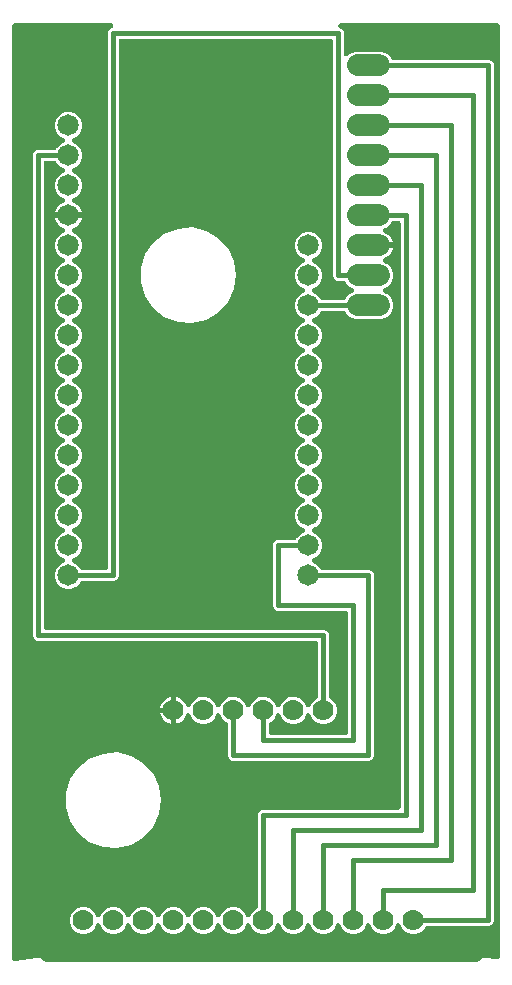
<source format=gbl>
G04 EAGLE Gerber RS-274X export*
G75*
%MOMM*%
%FSLAX34Y34*%
%LPD*%
%INBottomLayer*%
%IPPOS*%
%AMOC8*
5,1,8,0,0,1.08239X$1,22.5*%
G01*
%ADD10C,1.812800*%
%ADD11C,1.778000*%
%ADD12C,1.828800*%
%ADD13C,0.406400*%

G36*
X397296Y3193D02*
X397296Y3193D01*
X397314Y3191D01*
X397496Y3212D01*
X397679Y3231D01*
X397696Y3236D01*
X397713Y3238D01*
X397888Y3295D01*
X398064Y3349D01*
X398079Y3357D01*
X398096Y3363D01*
X398256Y3453D01*
X398418Y3541D01*
X398431Y3552D01*
X398447Y3561D01*
X398586Y3681D01*
X398727Y3798D01*
X398738Y3812D01*
X398752Y3824D01*
X398864Y3969D01*
X398979Y4112D01*
X398987Y4128D01*
X398998Y4142D01*
X399073Y4292D01*
X399114Y4333D01*
X399170Y4417D01*
X399234Y4495D01*
X399281Y4584D01*
X399337Y4669D01*
X399375Y4762D01*
X399415Y4837D01*
X400285Y5512D01*
X400348Y5572D01*
X400475Y5680D01*
X401258Y6463D01*
X401308Y6473D01*
X401400Y6512D01*
X401482Y6537D01*
X402574Y6399D01*
X402661Y6397D01*
X402828Y6383D01*
X403934Y6383D01*
X403976Y6355D01*
X404069Y6317D01*
X404158Y6270D01*
X404255Y6241D01*
X404349Y6203D01*
X404468Y6178D01*
X404544Y6155D01*
X404600Y6150D01*
X404674Y6135D01*
X413624Y5007D01*
X413769Y5004D01*
X413914Y4992D01*
X413970Y4998D01*
X414027Y4997D01*
X414170Y5022D01*
X414313Y5039D01*
X414367Y5056D01*
X414423Y5066D01*
X414558Y5119D01*
X414696Y5164D01*
X414746Y5192D01*
X414799Y5212D01*
X414921Y5290D01*
X415047Y5361D01*
X415090Y5399D01*
X415138Y5429D01*
X415242Y5530D01*
X415352Y5625D01*
X415386Y5669D01*
X415427Y5709D01*
X415510Y5828D01*
X415598Y5943D01*
X415624Y5994D01*
X415656Y6040D01*
X415713Y6173D01*
X415778Y6303D01*
X415792Y6358D01*
X415815Y6410D01*
X415844Y6552D01*
X415882Y6692D01*
X415887Y6757D01*
X415897Y6804D01*
X415898Y6888D01*
X415909Y7023D01*
X415909Y795428D01*
X415907Y795446D01*
X415909Y795464D01*
X415888Y795646D01*
X415869Y795829D01*
X415864Y795846D01*
X415862Y795863D01*
X415805Y796038D01*
X415751Y796214D01*
X415743Y796229D01*
X415737Y796246D01*
X415647Y796406D01*
X415559Y796568D01*
X415548Y796581D01*
X415539Y796597D01*
X415419Y796736D01*
X415302Y796877D01*
X415288Y796888D01*
X415276Y796902D01*
X415131Y797014D01*
X414988Y797129D01*
X414972Y797137D01*
X414958Y797148D01*
X414793Y797230D01*
X414631Y797315D01*
X414614Y797320D01*
X414598Y797328D01*
X414419Y797375D01*
X414244Y797426D01*
X414226Y797428D01*
X414209Y797432D01*
X413878Y797459D01*
X281327Y797459D01*
X281322Y797459D01*
X281318Y797459D01*
X281124Y797439D01*
X280926Y797419D01*
X280922Y797418D01*
X280917Y797418D01*
X280732Y797360D01*
X280541Y797301D01*
X280537Y797299D01*
X280533Y797298D01*
X280361Y797204D01*
X280187Y797109D01*
X280184Y797107D01*
X280180Y797104D01*
X280028Y796977D01*
X279878Y796852D01*
X279875Y796848D01*
X279872Y796845D01*
X279749Y796691D01*
X279626Y796538D01*
X279623Y796534D01*
X279621Y796531D01*
X279531Y796356D01*
X279440Y796181D01*
X279439Y796176D01*
X279437Y796172D01*
X279384Y795985D01*
X279329Y795794D01*
X279328Y795789D01*
X279327Y795785D01*
X279312Y795592D01*
X279296Y795392D01*
X279296Y795388D01*
X279296Y795384D01*
X279319Y795191D01*
X279343Y794993D01*
X279344Y794988D01*
X279345Y794984D01*
X279405Y794801D01*
X279468Y794610D01*
X279470Y794606D01*
X279471Y794602D01*
X279567Y794433D01*
X279665Y794259D01*
X279668Y794256D01*
X279671Y794252D01*
X279800Y794103D01*
X279929Y793955D01*
X279932Y793952D01*
X279935Y793948D01*
X280092Y793828D01*
X280247Y793708D01*
X280251Y793706D01*
X280254Y793703D01*
X280549Y793551D01*
X281990Y792955D01*
X283277Y791668D01*
X283973Y789988D01*
X283973Y771745D01*
X283974Y771736D01*
X283973Y771728D01*
X283994Y771536D01*
X284013Y771345D01*
X284015Y771336D01*
X284016Y771327D01*
X284074Y771145D01*
X284131Y770960D01*
X284135Y770952D01*
X284138Y770943D01*
X284231Y770775D01*
X284323Y770606D01*
X284328Y770599D01*
X284333Y770591D01*
X284458Y770443D01*
X284580Y770296D01*
X284587Y770291D01*
X284593Y770284D01*
X284745Y770164D01*
X284894Y770044D01*
X284902Y770040D01*
X284909Y770034D01*
X285081Y769947D01*
X285251Y769859D01*
X285260Y769856D01*
X285268Y769852D01*
X285454Y769800D01*
X285638Y769747D01*
X285647Y769747D01*
X285656Y769744D01*
X285848Y769730D01*
X286040Y769714D01*
X286048Y769715D01*
X286057Y769715D01*
X286250Y769739D01*
X286439Y769761D01*
X286448Y769764D01*
X286457Y769765D01*
X286640Y769827D01*
X286822Y769886D01*
X286830Y769891D01*
X286838Y769893D01*
X287004Y769989D01*
X287173Y770084D01*
X287180Y770090D01*
X287187Y770094D01*
X287440Y770309D01*
X289037Y771906D01*
X293332Y773685D01*
X316268Y773685D01*
X320563Y771906D01*
X323850Y768619D01*
X324178Y767827D01*
X324188Y767807D01*
X324195Y767786D01*
X324284Y767630D01*
X324368Y767472D01*
X324382Y767455D01*
X324393Y767435D01*
X324510Y767300D01*
X324625Y767161D01*
X324642Y767147D01*
X324656Y767130D01*
X324798Y767021D01*
X324937Y766908D01*
X324957Y766897D01*
X324975Y766884D01*
X325135Y766804D01*
X325294Y766721D01*
X325315Y766714D01*
X325335Y766704D01*
X325508Y766658D01*
X325680Y766608D01*
X325702Y766606D01*
X325724Y766600D01*
X326055Y766573D01*
X407310Y766573D01*
X408990Y765877D01*
X410277Y764590D01*
X410973Y762910D01*
X410973Y37190D01*
X410277Y35510D01*
X408990Y34223D01*
X407310Y33527D01*
X354736Y33527D01*
X354713Y33525D01*
X354691Y33527D01*
X354514Y33505D01*
X354335Y33487D01*
X354314Y33481D01*
X354292Y33478D01*
X354122Y33422D01*
X353950Y33369D01*
X353930Y33359D01*
X353909Y33352D01*
X353754Y33263D01*
X353596Y33177D01*
X353579Y33163D01*
X353560Y33152D01*
X353425Y33035D01*
X353287Y32920D01*
X353273Y32902D01*
X353256Y32888D01*
X353147Y32746D01*
X353035Y32606D01*
X353024Y32586D01*
X353011Y32568D01*
X352859Y32273D01*
X352591Y31625D01*
X349375Y28409D01*
X346956Y27408D01*
X345174Y26669D01*
X340626Y26669D01*
X336425Y28409D01*
X333209Y31625D01*
X332077Y34360D01*
X332072Y34368D01*
X332070Y34376D01*
X331976Y34547D01*
X331886Y34715D01*
X331881Y34722D01*
X331876Y34730D01*
X331752Y34878D01*
X331630Y35025D01*
X331623Y35031D01*
X331617Y35038D01*
X331467Y35158D01*
X331317Y35279D01*
X331309Y35283D01*
X331302Y35289D01*
X331130Y35377D01*
X330961Y35466D01*
X330952Y35469D01*
X330944Y35473D01*
X330758Y35525D01*
X330574Y35579D01*
X330565Y35580D01*
X330557Y35582D01*
X330366Y35597D01*
X330173Y35614D01*
X330164Y35613D01*
X330156Y35613D01*
X329964Y35590D01*
X329773Y35569D01*
X329765Y35566D01*
X329756Y35565D01*
X329573Y35504D01*
X329390Y35445D01*
X329382Y35441D01*
X329374Y35438D01*
X329207Y35343D01*
X329038Y35249D01*
X329032Y35243D01*
X329024Y35239D01*
X328879Y35112D01*
X328733Y34987D01*
X328727Y34980D01*
X328720Y34974D01*
X328603Y34821D01*
X328484Y34670D01*
X328480Y34662D01*
X328475Y34655D01*
X328323Y34360D01*
X327191Y31625D01*
X323975Y28409D01*
X321556Y27408D01*
X319774Y26669D01*
X315226Y26669D01*
X311025Y28409D01*
X307809Y31625D01*
X306677Y34360D01*
X306672Y34368D01*
X306670Y34376D01*
X306576Y34547D01*
X306486Y34715D01*
X306481Y34722D01*
X306476Y34730D01*
X306352Y34878D01*
X306230Y35025D01*
X306223Y35031D01*
X306217Y35038D01*
X306067Y35158D01*
X305917Y35279D01*
X305909Y35283D01*
X305902Y35289D01*
X305730Y35377D01*
X305561Y35466D01*
X305552Y35469D01*
X305544Y35473D01*
X305358Y35525D01*
X305174Y35579D01*
X305165Y35580D01*
X305157Y35582D01*
X304966Y35597D01*
X304773Y35614D01*
X304764Y35613D01*
X304756Y35613D01*
X304564Y35590D01*
X304373Y35569D01*
X304365Y35566D01*
X304356Y35565D01*
X304173Y35504D01*
X303990Y35445D01*
X303982Y35441D01*
X303974Y35438D01*
X303807Y35343D01*
X303638Y35249D01*
X303632Y35243D01*
X303624Y35239D01*
X303479Y35112D01*
X303333Y34987D01*
X303327Y34980D01*
X303320Y34974D01*
X303203Y34821D01*
X303084Y34670D01*
X303080Y34662D01*
X303075Y34655D01*
X302923Y34360D01*
X301791Y31625D01*
X298575Y28409D01*
X296156Y27408D01*
X294374Y26669D01*
X289826Y26669D01*
X285625Y28409D01*
X282409Y31625D01*
X281277Y34360D01*
X281272Y34368D01*
X281270Y34376D01*
X281178Y34544D01*
X281086Y34715D01*
X281081Y34722D01*
X281076Y34730D01*
X280953Y34876D01*
X280830Y35025D01*
X280823Y35031D01*
X280817Y35038D01*
X280667Y35157D01*
X280517Y35279D01*
X280509Y35283D01*
X280503Y35289D01*
X280331Y35377D01*
X280161Y35466D01*
X280152Y35469D01*
X280144Y35473D01*
X279959Y35525D01*
X279774Y35579D01*
X279766Y35580D01*
X279757Y35582D01*
X279566Y35597D01*
X279373Y35614D01*
X279364Y35613D01*
X279356Y35613D01*
X279163Y35590D01*
X278973Y35569D01*
X278965Y35566D01*
X278956Y35565D01*
X278771Y35504D01*
X278590Y35445D01*
X278582Y35441D01*
X278574Y35438D01*
X278406Y35343D01*
X278238Y35249D01*
X278232Y35243D01*
X278224Y35239D01*
X278079Y35112D01*
X277933Y34987D01*
X277927Y34980D01*
X277920Y34974D01*
X277803Y34822D01*
X277684Y34670D01*
X277680Y34662D01*
X277675Y34655D01*
X277523Y34360D01*
X276391Y31625D01*
X273175Y28409D01*
X270756Y27408D01*
X268974Y26669D01*
X264426Y26669D01*
X260225Y28409D01*
X257009Y31625D01*
X255877Y34360D01*
X255872Y34368D01*
X255870Y34376D01*
X255777Y34545D01*
X255686Y34715D01*
X255681Y34722D01*
X255676Y34730D01*
X255552Y34877D01*
X255430Y35025D01*
X255423Y35031D01*
X255417Y35038D01*
X255266Y35158D01*
X255117Y35279D01*
X255110Y35283D01*
X255102Y35289D01*
X254932Y35376D01*
X254761Y35466D01*
X254752Y35469D01*
X254744Y35473D01*
X254562Y35524D01*
X254374Y35579D01*
X254365Y35580D01*
X254357Y35582D01*
X254166Y35597D01*
X253973Y35614D01*
X253964Y35613D01*
X253956Y35613D01*
X253765Y35590D01*
X253573Y35569D01*
X253565Y35566D01*
X253556Y35565D01*
X253375Y35505D01*
X253190Y35445D01*
X253182Y35441D01*
X253174Y35438D01*
X253007Y35343D01*
X252838Y35249D01*
X252832Y35243D01*
X252824Y35239D01*
X252677Y35111D01*
X252533Y34987D01*
X252527Y34980D01*
X252520Y34974D01*
X252403Y34821D01*
X252284Y34670D01*
X252280Y34662D01*
X252275Y34655D01*
X252123Y34360D01*
X250991Y31625D01*
X247775Y28409D01*
X245356Y27408D01*
X243574Y26669D01*
X239026Y26669D01*
X234825Y28409D01*
X231609Y31625D01*
X230477Y34360D01*
X230472Y34368D01*
X230470Y34376D01*
X230377Y34545D01*
X230286Y34715D01*
X230281Y34722D01*
X230276Y34730D01*
X230152Y34877D01*
X230030Y35025D01*
X230023Y35031D01*
X230017Y35038D01*
X229866Y35158D01*
X229717Y35279D01*
X229710Y35283D01*
X229702Y35289D01*
X229532Y35376D01*
X229361Y35466D01*
X229352Y35469D01*
X229344Y35473D01*
X229162Y35524D01*
X228974Y35579D01*
X228965Y35580D01*
X228957Y35582D01*
X228766Y35597D01*
X228573Y35614D01*
X228564Y35613D01*
X228556Y35613D01*
X228365Y35590D01*
X228173Y35569D01*
X228165Y35566D01*
X228156Y35565D01*
X227975Y35505D01*
X227790Y35445D01*
X227782Y35441D01*
X227774Y35438D01*
X227607Y35343D01*
X227438Y35249D01*
X227432Y35243D01*
X227424Y35239D01*
X227277Y35111D01*
X227133Y34987D01*
X227127Y34980D01*
X227120Y34974D01*
X227003Y34821D01*
X226884Y34670D01*
X226880Y34662D01*
X226875Y34655D01*
X226723Y34360D01*
X225591Y31625D01*
X222375Y28409D01*
X219956Y27408D01*
X218174Y26669D01*
X213626Y26669D01*
X209425Y28409D01*
X206209Y31625D01*
X205077Y34360D01*
X205072Y34368D01*
X205070Y34376D01*
X204977Y34545D01*
X204886Y34715D01*
X204881Y34722D01*
X204876Y34730D01*
X204752Y34877D01*
X204630Y35025D01*
X204623Y35031D01*
X204617Y35038D01*
X204466Y35158D01*
X204317Y35279D01*
X204310Y35283D01*
X204302Y35289D01*
X204132Y35376D01*
X203961Y35466D01*
X203952Y35469D01*
X203944Y35473D01*
X203762Y35524D01*
X203574Y35579D01*
X203565Y35580D01*
X203557Y35582D01*
X203366Y35597D01*
X203173Y35614D01*
X203164Y35613D01*
X203156Y35613D01*
X202965Y35590D01*
X202773Y35569D01*
X202765Y35566D01*
X202756Y35565D01*
X202575Y35505D01*
X202390Y35445D01*
X202382Y35441D01*
X202374Y35438D01*
X202207Y35343D01*
X202038Y35249D01*
X202032Y35243D01*
X202024Y35239D01*
X201877Y35111D01*
X201733Y34987D01*
X201727Y34980D01*
X201720Y34974D01*
X201603Y34821D01*
X201484Y34670D01*
X201480Y34662D01*
X201475Y34655D01*
X201323Y34360D01*
X200191Y31625D01*
X196975Y28409D01*
X194556Y27408D01*
X192774Y26669D01*
X188226Y26669D01*
X184025Y28409D01*
X180809Y31625D01*
X179677Y34360D01*
X179672Y34368D01*
X179670Y34376D01*
X179578Y34544D01*
X179486Y34715D01*
X179481Y34722D01*
X179476Y34730D01*
X179353Y34876D01*
X179230Y35025D01*
X179223Y35031D01*
X179217Y35038D01*
X179067Y35158D01*
X178917Y35279D01*
X178909Y35283D01*
X178903Y35289D01*
X178732Y35376D01*
X178561Y35466D01*
X178552Y35469D01*
X178544Y35473D01*
X178360Y35525D01*
X178174Y35579D01*
X178166Y35580D01*
X178157Y35582D01*
X177966Y35597D01*
X177773Y35614D01*
X177764Y35613D01*
X177756Y35613D01*
X177566Y35590D01*
X177373Y35569D01*
X177365Y35566D01*
X177356Y35565D01*
X177174Y35505D01*
X176990Y35445D01*
X176982Y35441D01*
X176974Y35438D01*
X176806Y35343D01*
X176638Y35249D01*
X176632Y35243D01*
X176624Y35239D01*
X176479Y35112D01*
X176333Y34987D01*
X176327Y34980D01*
X176320Y34974D01*
X176203Y34822D01*
X176084Y34670D01*
X176080Y34662D01*
X176075Y34655D01*
X175923Y34360D01*
X174791Y31625D01*
X171575Y28409D01*
X169156Y27408D01*
X167374Y26669D01*
X162826Y26669D01*
X158625Y28409D01*
X155409Y31625D01*
X154277Y34360D01*
X154272Y34368D01*
X154270Y34376D01*
X154178Y34544D01*
X154086Y34715D01*
X154081Y34722D01*
X154076Y34730D01*
X153953Y34876D01*
X153830Y35025D01*
X153823Y35031D01*
X153817Y35038D01*
X153667Y35158D01*
X153517Y35279D01*
X153509Y35283D01*
X153503Y35289D01*
X153332Y35376D01*
X153161Y35466D01*
X153152Y35469D01*
X153144Y35473D01*
X152960Y35525D01*
X152774Y35579D01*
X152766Y35580D01*
X152757Y35582D01*
X152566Y35597D01*
X152373Y35614D01*
X152364Y35613D01*
X152356Y35613D01*
X152166Y35590D01*
X151973Y35569D01*
X151965Y35566D01*
X151956Y35565D01*
X151774Y35505D01*
X151590Y35445D01*
X151582Y35441D01*
X151574Y35438D01*
X151406Y35343D01*
X151238Y35249D01*
X151232Y35243D01*
X151224Y35239D01*
X151079Y35112D01*
X150933Y34987D01*
X150927Y34980D01*
X150920Y34974D01*
X150803Y34822D01*
X150684Y34670D01*
X150680Y34662D01*
X150675Y34655D01*
X150523Y34360D01*
X149391Y31625D01*
X146175Y28409D01*
X143756Y27408D01*
X141974Y26669D01*
X137426Y26669D01*
X133225Y28409D01*
X130009Y31625D01*
X128877Y34360D01*
X128872Y34368D01*
X128870Y34376D01*
X128778Y34544D01*
X128686Y34715D01*
X128681Y34722D01*
X128676Y34730D01*
X128553Y34876D01*
X128430Y35025D01*
X128423Y35031D01*
X128417Y35038D01*
X128267Y35158D01*
X128117Y35279D01*
X128109Y35283D01*
X128103Y35289D01*
X127932Y35376D01*
X127761Y35466D01*
X127752Y35469D01*
X127744Y35473D01*
X127560Y35525D01*
X127374Y35579D01*
X127366Y35580D01*
X127357Y35582D01*
X127166Y35597D01*
X126973Y35614D01*
X126964Y35613D01*
X126956Y35613D01*
X126766Y35590D01*
X126573Y35569D01*
X126565Y35566D01*
X126556Y35565D01*
X126374Y35505D01*
X126190Y35445D01*
X126182Y35441D01*
X126174Y35438D01*
X126006Y35343D01*
X125838Y35249D01*
X125832Y35243D01*
X125824Y35239D01*
X125679Y35112D01*
X125533Y34987D01*
X125527Y34980D01*
X125520Y34974D01*
X125403Y34822D01*
X125284Y34670D01*
X125280Y34662D01*
X125275Y34655D01*
X125123Y34360D01*
X123991Y31625D01*
X120775Y28409D01*
X118356Y27408D01*
X116574Y26669D01*
X112026Y26669D01*
X107825Y28409D01*
X104609Y31625D01*
X103477Y34360D01*
X103472Y34368D01*
X103470Y34376D01*
X103378Y34544D01*
X103286Y34715D01*
X103281Y34722D01*
X103276Y34730D01*
X103153Y34876D01*
X103030Y35025D01*
X103023Y35031D01*
X103017Y35038D01*
X102867Y35158D01*
X102717Y35279D01*
X102709Y35283D01*
X102703Y35289D01*
X102532Y35376D01*
X102361Y35466D01*
X102352Y35469D01*
X102344Y35473D01*
X102160Y35525D01*
X101974Y35579D01*
X101966Y35580D01*
X101957Y35582D01*
X101766Y35597D01*
X101573Y35614D01*
X101564Y35613D01*
X101556Y35613D01*
X101366Y35590D01*
X101173Y35569D01*
X101165Y35566D01*
X101156Y35565D01*
X100974Y35505D01*
X100790Y35445D01*
X100782Y35441D01*
X100774Y35438D01*
X100606Y35343D01*
X100438Y35249D01*
X100432Y35243D01*
X100424Y35239D01*
X100279Y35112D01*
X100133Y34987D01*
X100127Y34980D01*
X100120Y34974D01*
X100003Y34822D01*
X99884Y34670D01*
X99880Y34662D01*
X99875Y34655D01*
X99723Y34360D01*
X98591Y31625D01*
X95375Y28409D01*
X92956Y27408D01*
X91174Y26669D01*
X86626Y26669D01*
X82425Y28409D01*
X79209Y31625D01*
X78077Y34360D01*
X78072Y34368D01*
X78070Y34376D01*
X77978Y34544D01*
X77886Y34715D01*
X77881Y34722D01*
X77876Y34730D01*
X77753Y34876D01*
X77630Y35025D01*
X77623Y35031D01*
X77617Y35038D01*
X77467Y35158D01*
X77317Y35279D01*
X77309Y35283D01*
X77303Y35289D01*
X77132Y35376D01*
X76961Y35466D01*
X76952Y35469D01*
X76944Y35473D01*
X76760Y35525D01*
X76574Y35579D01*
X76566Y35580D01*
X76557Y35582D01*
X76366Y35597D01*
X76173Y35614D01*
X76164Y35613D01*
X76156Y35613D01*
X75966Y35590D01*
X75773Y35569D01*
X75765Y35566D01*
X75756Y35565D01*
X75574Y35505D01*
X75390Y35445D01*
X75382Y35441D01*
X75374Y35438D01*
X75206Y35343D01*
X75038Y35249D01*
X75032Y35243D01*
X75024Y35239D01*
X74879Y35112D01*
X74733Y34987D01*
X74727Y34980D01*
X74720Y34974D01*
X74603Y34822D01*
X74484Y34670D01*
X74480Y34662D01*
X74475Y34655D01*
X74323Y34360D01*
X73191Y31625D01*
X69975Y28409D01*
X67556Y27408D01*
X65774Y26669D01*
X61226Y26669D01*
X57025Y28409D01*
X53809Y31625D01*
X52069Y35826D01*
X52069Y40374D01*
X53809Y44575D01*
X57025Y47791D01*
X57618Y48036D01*
X61226Y49531D01*
X65774Y49531D01*
X69975Y47791D01*
X73191Y44575D01*
X74323Y41840D01*
X74328Y41832D01*
X74330Y41824D01*
X74424Y41653D01*
X74514Y41485D01*
X74519Y41478D01*
X74524Y41470D01*
X74648Y41322D01*
X74770Y41175D01*
X74777Y41169D01*
X74783Y41162D01*
X74933Y41042D01*
X75083Y40921D01*
X75091Y40917D01*
X75098Y40911D01*
X75270Y40823D01*
X75439Y40734D01*
X75448Y40731D01*
X75456Y40727D01*
X75642Y40675D01*
X75826Y40621D01*
X75835Y40620D01*
X75843Y40618D01*
X76034Y40603D01*
X76227Y40586D01*
X76236Y40587D01*
X76244Y40587D01*
X76436Y40610D01*
X76627Y40631D01*
X76635Y40634D01*
X76644Y40635D01*
X76827Y40696D01*
X77010Y40755D01*
X77018Y40759D01*
X77026Y40762D01*
X77193Y40857D01*
X77362Y40951D01*
X77368Y40957D01*
X77376Y40961D01*
X77521Y41088D01*
X77667Y41213D01*
X77673Y41220D01*
X77680Y41226D01*
X77797Y41379D01*
X77916Y41530D01*
X77920Y41538D01*
X77925Y41545D01*
X78077Y41840D01*
X79209Y44575D01*
X82425Y47791D01*
X83018Y48036D01*
X86626Y49531D01*
X91174Y49531D01*
X95375Y47791D01*
X98591Y44575D01*
X99723Y41840D01*
X99728Y41832D01*
X99730Y41824D01*
X99824Y41653D01*
X99914Y41485D01*
X99919Y41478D01*
X99924Y41470D01*
X100048Y41322D01*
X100170Y41175D01*
X100177Y41169D01*
X100183Y41162D01*
X100333Y41042D01*
X100483Y40921D01*
X100491Y40917D01*
X100498Y40911D01*
X100670Y40823D01*
X100839Y40734D01*
X100848Y40731D01*
X100856Y40727D01*
X101042Y40675D01*
X101226Y40621D01*
X101235Y40620D01*
X101243Y40618D01*
X101434Y40603D01*
X101627Y40586D01*
X101636Y40587D01*
X101644Y40587D01*
X101836Y40610D01*
X102027Y40631D01*
X102035Y40634D01*
X102044Y40635D01*
X102227Y40696D01*
X102410Y40755D01*
X102418Y40759D01*
X102426Y40762D01*
X102593Y40857D01*
X102762Y40951D01*
X102768Y40957D01*
X102776Y40961D01*
X102921Y41088D01*
X103067Y41213D01*
X103073Y41220D01*
X103080Y41226D01*
X103197Y41379D01*
X103316Y41530D01*
X103320Y41538D01*
X103325Y41545D01*
X103477Y41840D01*
X104609Y44575D01*
X107825Y47791D01*
X108418Y48036D01*
X112026Y49531D01*
X116574Y49531D01*
X120775Y47791D01*
X123991Y44575D01*
X125123Y41840D01*
X125128Y41832D01*
X125130Y41824D01*
X125224Y41653D01*
X125314Y41485D01*
X125319Y41478D01*
X125324Y41470D01*
X125448Y41322D01*
X125570Y41175D01*
X125577Y41169D01*
X125583Y41162D01*
X125733Y41042D01*
X125883Y40921D01*
X125891Y40917D01*
X125898Y40911D01*
X126070Y40823D01*
X126239Y40734D01*
X126248Y40731D01*
X126256Y40727D01*
X126442Y40675D01*
X126626Y40621D01*
X126635Y40620D01*
X126643Y40618D01*
X126834Y40603D01*
X127027Y40586D01*
X127036Y40587D01*
X127044Y40587D01*
X127236Y40610D01*
X127427Y40631D01*
X127435Y40634D01*
X127444Y40635D01*
X127627Y40696D01*
X127810Y40755D01*
X127818Y40759D01*
X127826Y40762D01*
X127993Y40857D01*
X128162Y40951D01*
X128168Y40957D01*
X128176Y40961D01*
X128321Y41088D01*
X128467Y41213D01*
X128473Y41220D01*
X128480Y41226D01*
X128597Y41379D01*
X128716Y41530D01*
X128720Y41538D01*
X128725Y41545D01*
X128877Y41840D01*
X130009Y44575D01*
X133225Y47791D01*
X133818Y48036D01*
X137426Y49531D01*
X141974Y49531D01*
X146175Y47791D01*
X149391Y44575D01*
X150523Y41840D01*
X150528Y41832D01*
X150530Y41824D01*
X150624Y41653D01*
X150714Y41485D01*
X150719Y41478D01*
X150724Y41470D01*
X150848Y41322D01*
X150970Y41175D01*
X150977Y41169D01*
X150983Y41162D01*
X151133Y41042D01*
X151283Y40921D01*
X151291Y40917D01*
X151298Y40911D01*
X151470Y40823D01*
X151639Y40734D01*
X151648Y40731D01*
X151656Y40727D01*
X151842Y40675D01*
X152026Y40621D01*
X152035Y40620D01*
X152043Y40618D01*
X152234Y40603D01*
X152427Y40586D01*
X152436Y40587D01*
X152444Y40587D01*
X152636Y40610D01*
X152827Y40631D01*
X152835Y40634D01*
X152844Y40635D01*
X153027Y40696D01*
X153210Y40755D01*
X153218Y40759D01*
X153226Y40762D01*
X153393Y40857D01*
X153562Y40951D01*
X153568Y40957D01*
X153576Y40961D01*
X153721Y41088D01*
X153867Y41213D01*
X153873Y41220D01*
X153880Y41226D01*
X153997Y41379D01*
X154116Y41530D01*
X154120Y41538D01*
X154125Y41545D01*
X154277Y41840D01*
X155409Y44575D01*
X158625Y47791D01*
X159218Y48036D01*
X162826Y49531D01*
X167374Y49531D01*
X171575Y47791D01*
X174791Y44575D01*
X175923Y41840D01*
X175928Y41832D01*
X175930Y41824D01*
X176024Y41653D01*
X176114Y41485D01*
X176119Y41478D01*
X176124Y41470D01*
X176248Y41322D01*
X176370Y41175D01*
X176377Y41169D01*
X176383Y41162D01*
X176533Y41042D01*
X176683Y40921D01*
X176691Y40917D01*
X176698Y40911D01*
X176870Y40823D01*
X177039Y40734D01*
X177048Y40731D01*
X177056Y40727D01*
X177242Y40675D01*
X177426Y40621D01*
X177435Y40620D01*
X177443Y40618D01*
X177634Y40603D01*
X177827Y40586D01*
X177836Y40587D01*
X177844Y40587D01*
X178036Y40610D01*
X178227Y40631D01*
X178235Y40634D01*
X178244Y40635D01*
X178427Y40696D01*
X178610Y40755D01*
X178618Y40759D01*
X178626Y40762D01*
X178793Y40857D01*
X178962Y40951D01*
X178968Y40957D01*
X178976Y40961D01*
X179121Y41088D01*
X179267Y41213D01*
X179273Y41220D01*
X179280Y41226D01*
X179397Y41379D01*
X179516Y41530D01*
X179520Y41538D01*
X179525Y41545D01*
X179677Y41840D01*
X180809Y44575D01*
X184025Y47791D01*
X184618Y48036D01*
X188226Y49531D01*
X192774Y49531D01*
X196975Y47791D01*
X200191Y44575D01*
X201323Y41840D01*
X201328Y41832D01*
X201330Y41824D01*
X201422Y41656D01*
X201514Y41485D01*
X201519Y41478D01*
X201524Y41470D01*
X201647Y41324D01*
X201770Y41175D01*
X201777Y41169D01*
X201783Y41162D01*
X201933Y41043D01*
X202083Y40921D01*
X202091Y40917D01*
X202097Y40911D01*
X202269Y40823D01*
X202439Y40734D01*
X202448Y40731D01*
X202456Y40727D01*
X202641Y40675D01*
X202826Y40621D01*
X202834Y40620D01*
X202843Y40618D01*
X203034Y40603D01*
X203227Y40586D01*
X203236Y40587D01*
X203244Y40587D01*
X203437Y40610D01*
X203627Y40631D01*
X203635Y40634D01*
X203644Y40635D01*
X203829Y40696D01*
X204010Y40755D01*
X204018Y40759D01*
X204026Y40762D01*
X204194Y40857D01*
X204362Y40951D01*
X204368Y40957D01*
X204376Y40961D01*
X204521Y41088D01*
X204667Y41213D01*
X204673Y41220D01*
X204680Y41226D01*
X204797Y41378D01*
X204916Y41530D01*
X204920Y41538D01*
X204925Y41545D01*
X205077Y41840D01*
X206209Y44575D01*
X209425Y47791D01*
X210073Y48059D01*
X210093Y48070D01*
X210114Y48076D01*
X210270Y48165D01*
X210428Y48249D01*
X210445Y48263D01*
X210465Y48274D01*
X210600Y48391D01*
X210739Y48506D01*
X210753Y48523D01*
X210770Y48538D01*
X210879Y48679D01*
X210992Y48818D01*
X211003Y48838D01*
X211016Y48856D01*
X211096Y49016D01*
X211179Y49175D01*
X211186Y49196D01*
X211196Y49216D01*
X211242Y49390D01*
X211292Y49561D01*
X211294Y49583D01*
X211300Y49605D01*
X211327Y49936D01*
X211327Y127910D01*
X212023Y129590D01*
X213310Y130877D01*
X214990Y131573D01*
X329946Y131573D01*
X329964Y131575D01*
X329982Y131573D01*
X330164Y131594D01*
X330347Y131613D01*
X330364Y131618D01*
X330381Y131620D01*
X330556Y131677D01*
X330732Y131731D01*
X330747Y131739D01*
X330764Y131745D01*
X330924Y131835D01*
X331086Y131923D01*
X331099Y131934D01*
X331115Y131943D01*
X331254Y132063D01*
X331395Y132180D01*
X331406Y132194D01*
X331420Y132206D01*
X331532Y132351D01*
X331647Y132494D01*
X331655Y132510D01*
X331666Y132524D01*
X331748Y132689D01*
X331833Y132851D01*
X331838Y132868D01*
X331846Y132884D01*
X331893Y133063D01*
X331944Y133238D01*
X331946Y133256D01*
X331950Y133273D01*
X331977Y133604D01*
X331977Y628396D01*
X331975Y628414D01*
X331977Y628432D01*
X331956Y628614D01*
X331937Y628797D01*
X331932Y628814D01*
X331930Y628831D01*
X331873Y629006D01*
X331819Y629182D01*
X331811Y629197D01*
X331805Y629214D01*
X331715Y629374D01*
X331627Y629536D01*
X331616Y629549D01*
X331607Y629565D01*
X331487Y629704D01*
X331370Y629845D01*
X331356Y629856D01*
X331344Y629870D01*
X331199Y629982D01*
X331056Y630097D01*
X331040Y630105D01*
X331026Y630116D01*
X330861Y630198D01*
X330699Y630283D01*
X330682Y630288D01*
X330666Y630296D01*
X330487Y630343D01*
X330312Y630394D01*
X330294Y630396D01*
X330277Y630400D01*
X329946Y630427D01*
X326055Y630427D01*
X326032Y630425D01*
X326010Y630427D01*
X325833Y630405D01*
X325654Y630387D01*
X325633Y630381D01*
X325610Y630378D01*
X325441Y630322D01*
X325269Y630269D01*
X325249Y630259D01*
X325228Y630252D01*
X325073Y630163D01*
X324915Y630077D01*
X324898Y630063D01*
X324879Y630052D01*
X324744Y629935D01*
X324606Y629820D01*
X324592Y629802D01*
X324575Y629788D01*
X324466Y629646D01*
X324353Y629506D01*
X324343Y629486D01*
X324330Y629468D01*
X324178Y629173D01*
X323850Y628381D01*
X320563Y625094D01*
X319358Y624595D01*
X318400Y624198D01*
X318321Y624156D01*
X318238Y624123D01*
X318144Y624061D01*
X318045Y624008D01*
X317976Y623951D01*
X317902Y623902D01*
X317821Y623823D01*
X317734Y623752D01*
X317678Y623682D01*
X317615Y623620D01*
X317552Y623526D01*
X317481Y623439D01*
X317439Y623360D01*
X317389Y623286D01*
X317346Y623182D01*
X317294Y623082D01*
X317269Y622997D01*
X317234Y622915D01*
X317212Y622804D01*
X317181Y622696D01*
X317173Y622607D01*
X317156Y622520D01*
X317156Y622407D01*
X317146Y622295D01*
X317156Y622206D01*
X317156Y622117D01*
X317179Y622007D01*
X317191Y621895D01*
X317218Y621810D01*
X317236Y621723D01*
X317280Y621619D01*
X317314Y621511D01*
X317358Y621434D01*
X317392Y621352D01*
X317456Y621258D01*
X317511Y621160D01*
X317569Y621092D01*
X317619Y621019D01*
X317699Y620940D01*
X317772Y620854D01*
X317843Y620799D01*
X317906Y620737D01*
X318001Y620675D01*
X318090Y620606D01*
X318169Y620566D01*
X318244Y620517D01*
X318308Y620491D01*
X320068Y619594D01*
X321556Y618513D01*
X322857Y617212D01*
X323938Y615724D01*
X324773Y614086D01*
X325341Y612336D01*
X325372Y612139D01*
X305308Y612139D01*
X305290Y612137D01*
X305273Y612139D01*
X305090Y612118D01*
X304908Y612099D01*
X304891Y612094D01*
X304873Y612092D01*
X304698Y612035D01*
X304523Y611981D01*
X304507Y611973D01*
X304490Y611967D01*
X304330Y611877D01*
X304169Y611789D01*
X304155Y611778D01*
X304139Y611769D01*
X304000Y611649D01*
X303859Y611532D01*
X303848Y611518D01*
X303835Y611506D01*
X303722Y611361D01*
X303607Y611218D01*
X303599Y611202D01*
X303588Y611188D01*
X303506Y611023D01*
X303422Y610861D01*
X303417Y610844D01*
X303409Y610828D01*
X303361Y610649D01*
X303310Y610474D01*
X303309Y610456D01*
X303304Y610439D01*
X303277Y610108D01*
X303277Y609092D01*
X303279Y609074D01*
X303277Y609056D01*
X303299Y608874D01*
X303317Y608691D01*
X303322Y608674D01*
X303324Y608657D01*
X303381Y608482D01*
X303435Y608306D01*
X303443Y608291D01*
X303449Y608274D01*
X303539Y608114D01*
X303627Y607952D01*
X303638Y607939D01*
X303647Y607923D01*
X303767Y607784D01*
X303885Y607643D01*
X303898Y607632D01*
X303910Y607618D01*
X304055Y607506D01*
X304198Y607391D01*
X304214Y607383D01*
X304228Y607372D01*
X304393Y607290D01*
X304556Y607205D01*
X304573Y607200D01*
X304589Y607192D01*
X304767Y607144D01*
X304942Y607094D01*
X304960Y607092D01*
X304977Y607088D01*
X305308Y607061D01*
X325372Y607061D01*
X325341Y606864D01*
X324773Y605114D01*
X323938Y603476D01*
X322857Y601988D01*
X321556Y600687D01*
X320068Y599606D01*
X318385Y598749D01*
X318383Y598748D01*
X318373Y598743D01*
X318287Y598699D01*
X318270Y598688D01*
X318181Y598649D01*
X318108Y598598D01*
X318030Y598555D01*
X317944Y598482D01*
X317852Y598418D01*
X317790Y598353D01*
X317722Y598296D01*
X317652Y598208D01*
X317574Y598126D01*
X317527Y598051D01*
X317471Y597981D01*
X317420Y597881D01*
X317359Y597785D01*
X317328Y597702D01*
X317287Y597623D01*
X317256Y597514D01*
X317216Y597409D01*
X317202Y597321D01*
X317177Y597235D01*
X317169Y597123D01*
X317150Y597012D01*
X317153Y596923D01*
X317146Y596834D01*
X317160Y596722D01*
X317164Y596610D01*
X317184Y596523D01*
X317195Y596434D01*
X317230Y596328D01*
X317256Y596218D01*
X317293Y596137D01*
X317321Y596052D01*
X317377Y595954D01*
X317424Y595852D01*
X317477Y595780D01*
X317521Y595702D01*
X317595Y595617D01*
X317661Y595526D01*
X317727Y595466D01*
X317785Y595399D01*
X317875Y595330D01*
X317958Y595254D01*
X318034Y595208D01*
X318105Y595153D01*
X318230Y595089D01*
X318302Y595045D01*
X318346Y595030D01*
X318400Y595002D01*
X320563Y594106D01*
X323850Y590819D01*
X325629Y586524D01*
X325629Y581876D01*
X323850Y577581D01*
X320563Y574294D01*
X318348Y573377D01*
X318340Y573372D01*
X318331Y573370D01*
X318163Y573278D01*
X317993Y573186D01*
X317986Y573181D01*
X317978Y573176D01*
X317832Y573053D01*
X317683Y572930D01*
X317677Y572923D01*
X317670Y572917D01*
X317550Y572767D01*
X317429Y572617D01*
X317425Y572609D01*
X317419Y572603D01*
X317331Y572432D01*
X317242Y572261D01*
X317239Y572252D01*
X317235Y572244D01*
X317183Y572060D01*
X317129Y571874D01*
X317128Y571866D01*
X317125Y571857D01*
X317111Y571666D01*
X317094Y571473D01*
X317095Y571464D01*
X317094Y571456D01*
X317117Y571266D01*
X317139Y571073D01*
X317142Y571065D01*
X317143Y571056D01*
X317204Y570872D01*
X317262Y570690D01*
X317267Y570682D01*
X317269Y570674D01*
X317365Y570506D01*
X317459Y570338D01*
X317464Y570332D01*
X317469Y570324D01*
X317595Y570179D01*
X317721Y570033D01*
X317728Y570027D01*
X317733Y570020D01*
X317887Y569903D01*
X318038Y569784D01*
X318045Y569780D01*
X318053Y569775D01*
X318348Y569623D01*
X320563Y568706D01*
X323850Y565419D01*
X325629Y561124D01*
X325629Y556476D01*
X323850Y552181D01*
X320563Y548894D01*
X316268Y547115D01*
X293332Y547115D01*
X289037Y548894D01*
X285750Y552181D01*
X285422Y552973D01*
X285412Y552993D01*
X285405Y553014D01*
X285316Y553170D01*
X285232Y553328D01*
X285218Y553345D01*
X285207Y553365D01*
X285090Y553500D01*
X284975Y553639D01*
X284958Y553653D01*
X284944Y553670D01*
X284802Y553779D01*
X284663Y553892D01*
X284643Y553903D01*
X284625Y553916D01*
X284465Y553996D01*
X284306Y554079D01*
X284285Y554086D01*
X284265Y554096D01*
X284092Y554142D01*
X283920Y554192D01*
X283898Y554194D01*
X283876Y554200D01*
X283545Y554227D01*
X266024Y554227D01*
X266002Y554225D01*
X265980Y554227D01*
X265802Y554205D01*
X265623Y554187D01*
X265602Y554181D01*
X265580Y554178D01*
X265409Y554122D01*
X265239Y554069D01*
X265219Y554059D01*
X265198Y554052D01*
X265042Y553963D01*
X264884Y553877D01*
X264867Y553863D01*
X264848Y553852D01*
X264713Y553734D01*
X264575Y553620D01*
X264561Y553602D01*
X264544Y553588D01*
X264435Y553445D01*
X264323Y553306D01*
X264313Y553286D01*
X264299Y553269D01*
X264147Y552973D01*
X263838Y552226D01*
X260574Y548962D01*
X258195Y547977D01*
X258187Y547972D01*
X258178Y547970D01*
X258008Y547877D01*
X257840Y547786D01*
X257833Y547781D01*
X257825Y547776D01*
X257677Y547652D01*
X257529Y547530D01*
X257524Y547523D01*
X257517Y547517D01*
X257397Y547367D01*
X257276Y547217D01*
X257272Y547209D01*
X257266Y547202D01*
X257179Y547033D01*
X257089Y546861D01*
X257086Y546852D01*
X257082Y546844D01*
X257030Y546662D01*
X256976Y546474D01*
X256975Y546465D01*
X256972Y546457D01*
X256958Y546266D01*
X256941Y546073D01*
X256942Y546064D01*
X256941Y546056D01*
X256965Y545865D01*
X256986Y545673D01*
X256989Y545665D01*
X256990Y545656D01*
X257050Y545474D01*
X257109Y545290D01*
X257114Y545282D01*
X257116Y545274D01*
X257212Y545106D01*
X257306Y544938D01*
X257311Y544932D01*
X257316Y544924D01*
X257443Y544778D01*
X257567Y544633D01*
X257575Y544627D01*
X257580Y544620D01*
X257733Y544503D01*
X257885Y544384D01*
X257893Y544380D01*
X257900Y544375D01*
X258195Y544223D01*
X260574Y543238D01*
X263838Y539974D01*
X265605Y535708D01*
X265605Y531092D01*
X263838Y526826D01*
X260574Y523562D01*
X258195Y522577D01*
X258187Y522572D01*
X258178Y522570D01*
X258008Y522477D01*
X257840Y522386D01*
X257833Y522381D01*
X257825Y522376D01*
X257677Y522252D01*
X257529Y522130D01*
X257524Y522123D01*
X257517Y522117D01*
X257397Y521967D01*
X257276Y521817D01*
X257272Y521809D01*
X257266Y521802D01*
X257179Y521633D01*
X257089Y521461D01*
X257086Y521452D01*
X257082Y521444D01*
X257030Y521262D01*
X256976Y521074D01*
X256975Y521065D01*
X256972Y521057D01*
X256958Y520866D01*
X256941Y520673D01*
X256942Y520664D01*
X256941Y520656D01*
X256965Y520465D01*
X256986Y520273D01*
X256989Y520265D01*
X256990Y520256D01*
X257050Y520074D01*
X257109Y519890D01*
X257114Y519882D01*
X257116Y519874D01*
X257212Y519706D01*
X257306Y519538D01*
X257311Y519532D01*
X257316Y519524D01*
X257443Y519378D01*
X257567Y519233D01*
X257575Y519227D01*
X257580Y519220D01*
X257733Y519103D01*
X257885Y518984D01*
X257893Y518980D01*
X257900Y518975D01*
X258195Y518823D01*
X260574Y517838D01*
X263838Y514574D01*
X265605Y510308D01*
X265605Y505692D01*
X263838Y501426D01*
X260574Y498162D01*
X258195Y497177D01*
X258187Y497172D01*
X258178Y497170D01*
X258008Y497077D01*
X257840Y496986D01*
X257833Y496981D01*
X257825Y496976D01*
X257677Y496852D01*
X257529Y496730D01*
X257524Y496723D01*
X257517Y496717D01*
X257397Y496567D01*
X257276Y496417D01*
X257272Y496409D01*
X257266Y496402D01*
X257179Y496233D01*
X257089Y496061D01*
X257086Y496052D01*
X257082Y496044D01*
X257030Y495862D01*
X256976Y495674D01*
X256975Y495665D01*
X256972Y495657D01*
X256958Y495466D01*
X256941Y495273D01*
X256942Y495264D01*
X256941Y495256D01*
X256965Y495064D01*
X256986Y494873D01*
X256989Y494865D01*
X256990Y494856D01*
X257050Y494674D01*
X257109Y494490D01*
X257114Y494482D01*
X257116Y494474D01*
X257212Y494306D01*
X257306Y494138D01*
X257311Y494132D01*
X257316Y494124D01*
X257443Y493978D01*
X257567Y493833D01*
X257575Y493827D01*
X257580Y493820D01*
X257733Y493703D01*
X257885Y493584D01*
X257893Y493580D01*
X257900Y493575D01*
X258195Y493423D01*
X260574Y492438D01*
X263838Y489174D01*
X265605Y484908D01*
X265605Y480292D01*
X263838Y476026D01*
X260574Y472762D01*
X259341Y472251D01*
X258195Y471777D01*
X258187Y471772D01*
X258178Y471770D01*
X258008Y471677D01*
X257840Y471586D01*
X257833Y471581D01*
X257825Y471576D01*
X257677Y471452D01*
X257529Y471330D01*
X257524Y471323D01*
X257517Y471317D01*
X257397Y471167D01*
X257276Y471017D01*
X257272Y471009D01*
X257266Y471002D01*
X257179Y470833D01*
X257089Y470661D01*
X257086Y470652D01*
X257082Y470644D01*
X257030Y470462D01*
X256976Y470274D01*
X256975Y470265D01*
X256972Y470257D01*
X256958Y470066D01*
X256941Y469873D01*
X256942Y469864D01*
X256941Y469856D01*
X256965Y469665D01*
X256986Y469473D01*
X256989Y469465D01*
X256990Y469456D01*
X257050Y469274D01*
X257109Y469090D01*
X257114Y469082D01*
X257116Y469074D01*
X257213Y468905D01*
X257306Y468738D01*
X257311Y468732D01*
X257316Y468724D01*
X257443Y468578D01*
X257567Y468433D01*
X257575Y468427D01*
X257580Y468420D01*
X257733Y468303D01*
X257885Y468184D01*
X257893Y468180D01*
X257900Y468175D01*
X258195Y468023D01*
X260574Y467038D01*
X263838Y463774D01*
X265605Y459508D01*
X265605Y454892D01*
X263838Y450626D01*
X260574Y447362D01*
X258195Y446377D01*
X258187Y446372D01*
X258178Y446370D01*
X258008Y446277D01*
X257840Y446186D01*
X257833Y446181D01*
X257825Y446176D01*
X257677Y446052D01*
X257529Y445930D01*
X257524Y445923D01*
X257517Y445917D01*
X257397Y445767D01*
X257276Y445617D01*
X257272Y445609D01*
X257266Y445602D01*
X257179Y445433D01*
X257089Y445261D01*
X257086Y445252D01*
X257082Y445244D01*
X257030Y445062D01*
X256976Y444874D01*
X256975Y444865D01*
X256972Y444857D01*
X256958Y444666D01*
X256941Y444473D01*
X256942Y444464D01*
X256941Y444456D01*
X256965Y444265D01*
X256986Y444073D01*
X256989Y444065D01*
X256990Y444056D01*
X257050Y443874D01*
X257109Y443690D01*
X257114Y443682D01*
X257116Y443674D01*
X257212Y443506D01*
X257306Y443338D01*
X257311Y443332D01*
X257316Y443324D01*
X257443Y443178D01*
X257567Y443033D01*
X257575Y443027D01*
X257580Y443020D01*
X257733Y442903D01*
X257885Y442784D01*
X257893Y442780D01*
X257900Y442775D01*
X258195Y442623D01*
X260574Y441638D01*
X263838Y438374D01*
X265605Y434108D01*
X265605Y429492D01*
X263838Y425226D01*
X260574Y421962D01*
X258195Y420977D01*
X258187Y420972D01*
X258178Y420970D01*
X258008Y420877D01*
X257840Y420786D01*
X257833Y420781D01*
X257825Y420776D01*
X257677Y420652D01*
X257529Y420530D01*
X257524Y420523D01*
X257517Y420517D01*
X257397Y420367D01*
X257276Y420217D01*
X257272Y420209D01*
X257266Y420202D01*
X257179Y420032D01*
X257089Y419861D01*
X257086Y419852D01*
X257082Y419844D01*
X257030Y419662D01*
X256976Y419474D01*
X256975Y419465D01*
X256972Y419457D01*
X256958Y419266D01*
X256941Y419073D01*
X256942Y419064D01*
X256941Y419056D01*
X256965Y418865D01*
X256986Y418673D01*
X256989Y418665D01*
X256990Y418656D01*
X257050Y418474D01*
X257109Y418290D01*
X257114Y418282D01*
X257116Y418274D01*
X257212Y418106D01*
X257306Y417938D01*
X257311Y417932D01*
X257316Y417924D01*
X257443Y417778D01*
X257567Y417633D01*
X257575Y417627D01*
X257580Y417620D01*
X257733Y417503D01*
X257885Y417384D01*
X257893Y417380D01*
X257900Y417375D01*
X258195Y417223D01*
X260574Y416238D01*
X263838Y412974D01*
X265605Y408708D01*
X265605Y404092D01*
X263838Y399826D01*
X260574Y396562D01*
X258195Y395577D01*
X258187Y395572D01*
X258178Y395570D01*
X258008Y395477D01*
X257840Y395386D01*
X257833Y395381D01*
X257825Y395376D01*
X257677Y395252D01*
X257529Y395130D01*
X257524Y395123D01*
X257517Y395117D01*
X257397Y394967D01*
X257276Y394817D01*
X257272Y394809D01*
X257266Y394802D01*
X257179Y394633D01*
X257089Y394461D01*
X257086Y394452D01*
X257082Y394444D01*
X257030Y394262D01*
X256976Y394074D01*
X256975Y394065D01*
X256972Y394057D01*
X256958Y393866D01*
X256941Y393673D01*
X256942Y393664D01*
X256941Y393656D01*
X256965Y393465D01*
X256986Y393273D01*
X256989Y393265D01*
X256990Y393256D01*
X257050Y393074D01*
X257109Y392890D01*
X257114Y392882D01*
X257116Y392874D01*
X257212Y392706D01*
X257306Y392538D01*
X257311Y392532D01*
X257316Y392524D01*
X257443Y392378D01*
X257567Y392233D01*
X257575Y392227D01*
X257580Y392220D01*
X257733Y392103D01*
X257885Y391984D01*
X257893Y391980D01*
X257900Y391975D01*
X258195Y391823D01*
X260574Y390838D01*
X263838Y387574D01*
X265605Y383308D01*
X265605Y378692D01*
X263838Y374426D01*
X260574Y371162D01*
X259432Y370689D01*
X259431Y370689D01*
X258195Y370177D01*
X258187Y370172D01*
X258178Y370170D01*
X258008Y370077D01*
X257840Y369986D01*
X257833Y369981D01*
X257825Y369976D01*
X257677Y369852D01*
X257529Y369730D01*
X257524Y369723D01*
X257517Y369717D01*
X257397Y369567D01*
X257276Y369417D01*
X257272Y369409D01*
X257266Y369402D01*
X257179Y369233D01*
X257089Y369061D01*
X257086Y369052D01*
X257082Y369044D01*
X257030Y368862D01*
X256976Y368674D01*
X256975Y368665D01*
X256972Y368657D01*
X256958Y368466D01*
X256941Y368273D01*
X256942Y368264D01*
X256941Y368256D01*
X256965Y368065D01*
X256986Y367873D01*
X256989Y367865D01*
X256990Y367856D01*
X257050Y367674D01*
X257109Y367490D01*
X257114Y367482D01*
X257116Y367474D01*
X257212Y367306D01*
X257306Y367138D01*
X257311Y367132D01*
X257316Y367124D01*
X257443Y366978D01*
X257567Y366833D01*
X257575Y366827D01*
X257580Y366820D01*
X257733Y366703D01*
X257885Y366584D01*
X257893Y366580D01*
X257900Y366575D01*
X258195Y366423D01*
X260574Y365438D01*
X263838Y362174D01*
X265605Y357908D01*
X265605Y353292D01*
X263838Y349026D01*
X260574Y345762D01*
X258195Y344777D01*
X258187Y344772D01*
X258178Y344770D01*
X258008Y344677D01*
X257840Y344586D01*
X257833Y344581D01*
X257825Y344576D01*
X257677Y344452D01*
X257529Y344330D01*
X257524Y344323D01*
X257517Y344317D01*
X257397Y344167D01*
X257276Y344017D01*
X257272Y344009D01*
X257266Y344002D01*
X257179Y343833D01*
X257089Y343661D01*
X257086Y343652D01*
X257082Y343644D01*
X257030Y343462D01*
X256976Y343274D01*
X256975Y343265D01*
X256972Y343257D01*
X256958Y343066D01*
X256941Y342873D01*
X256942Y342864D01*
X256941Y342856D01*
X256965Y342665D01*
X256986Y342473D01*
X256989Y342465D01*
X256990Y342456D01*
X257050Y342274D01*
X257109Y342090D01*
X257114Y342082D01*
X257116Y342074D01*
X257212Y341906D01*
X257306Y341738D01*
X257311Y341732D01*
X257316Y341724D01*
X257443Y341578D01*
X257567Y341433D01*
X257575Y341427D01*
X257580Y341420D01*
X257733Y341303D01*
X257885Y341184D01*
X257893Y341180D01*
X257900Y341175D01*
X258195Y341023D01*
X260574Y340038D01*
X263838Y336774D01*
X264147Y336027D01*
X264158Y336007D01*
X264165Y335986D01*
X264253Y335829D01*
X264338Y335672D01*
X264352Y335655D01*
X264363Y335635D01*
X264480Y335499D01*
X264594Y335361D01*
X264611Y335347D01*
X264626Y335330D01*
X264768Y335221D01*
X264907Y335108D01*
X264926Y335097D01*
X264944Y335084D01*
X265104Y335004D01*
X265263Y334921D01*
X265285Y334914D01*
X265305Y334904D01*
X265478Y334858D01*
X265650Y334808D01*
X265672Y334806D01*
X265693Y334800D01*
X266024Y334773D01*
X305710Y334773D01*
X307390Y334077D01*
X308677Y332790D01*
X309373Y331110D01*
X309373Y176890D01*
X308677Y175210D01*
X307390Y173923D01*
X305710Y173227D01*
X189590Y173227D01*
X187910Y173923D01*
X186623Y175210D01*
X185927Y176890D01*
X185927Y204064D01*
X185925Y204087D01*
X185927Y204109D01*
X185905Y204286D01*
X185887Y204465D01*
X185881Y204486D01*
X185878Y204508D01*
X185822Y204678D01*
X185769Y204850D01*
X185759Y204870D01*
X185752Y204891D01*
X185663Y205046D01*
X185577Y205204D01*
X185563Y205221D01*
X185552Y205240D01*
X185435Y205375D01*
X185320Y205513D01*
X185302Y205527D01*
X185288Y205544D01*
X185146Y205653D01*
X185006Y205765D01*
X184986Y205776D01*
X184968Y205789D01*
X184673Y205941D01*
X184025Y206209D01*
X180809Y209425D01*
X179677Y212160D01*
X179672Y212168D01*
X179670Y212176D01*
X179578Y212344D01*
X179486Y212515D01*
X179481Y212522D01*
X179476Y212530D01*
X179354Y212675D01*
X179230Y212825D01*
X179223Y212831D01*
X179217Y212838D01*
X179067Y212957D01*
X178917Y213079D01*
X178909Y213083D01*
X178903Y213089D01*
X178731Y213177D01*
X178561Y213266D01*
X178552Y213269D01*
X178544Y213273D01*
X178359Y213325D01*
X178174Y213379D01*
X178166Y213380D01*
X178157Y213382D01*
X177966Y213397D01*
X177773Y213414D01*
X177764Y213413D01*
X177756Y213413D01*
X177563Y213390D01*
X177373Y213369D01*
X177365Y213366D01*
X177356Y213365D01*
X177171Y213304D01*
X176990Y213245D01*
X176982Y213241D01*
X176974Y213238D01*
X176806Y213143D01*
X176638Y213049D01*
X176632Y213043D01*
X176624Y213039D01*
X176479Y212912D01*
X176333Y212787D01*
X176327Y212780D01*
X176320Y212774D01*
X176203Y212622D01*
X176084Y212470D01*
X176080Y212462D01*
X176075Y212455D01*
X175923Y212160D01*
X174791Y209425D01*
X171575Y206209D01*
X171450Y206158D01*
X167374Y204469D01*
X162826Y204469D01*
X158625Y206209D01*
X155409Y209425D01*
X154269Y212178D01*
X154227Y212256D01*
X154194Y212338D01*
X154133Y212433D01*
X154079Y212532D01*
X154023Y212601D01*
X153974Y212675D01*
X153895Y212756D01*
X153823Y212843D01*
X153754Y212899D01*
X153691Y212962D01*
X153598Y213025D01*
X153510Y213097D01*
X153432Y213138D01*
X153358Y213188D01*
X153253Y213231D01*
X153154Y213284D01*
X153068Y213309D01*
X152986Y213343D01*
X152876Y213365D01*
X152767Y213397D01*
X152679Y213404D01*
X152592Y213422D01*
X152479Y213422D01*
X152366Y213431D01*
X152278Y213421D01*
X152189Y213421D01*
X152078Y213399D01*
X151966Y213386D01*
X151882Y213359D01*
X151794Y213341D01*
X151690Y213298D01*
X151583Y213263D01*
X151505Y213220D01*
X151423Y213185D01*
X151330Y213122D01*
X151231Y213067D01*
X151164Y213009D01*
X151090Y212959D01*
X151011Y212878D01*
X150925Y212805D01*
X150871Y212735D01*
X150808Y212672D01*
X150747Y212577D01*
X150677Y212488D01*
X150637Y212408D01*
X150589Y212334D01*
X150534Y212204D01*
X150496Y212128D01*
X150484Y212084D01*
X150461Y212028D01*
X150293Y211512D01*
X149476Y209909D01*
X148419Y208453D01*
X147147Y207181D01*
X145691Y206124D01*
X144088Y205307D01*
X142377Y204751D01*
X141922Y204679D01*
X141922Y215709D01*
X141920Y215727D01*
X141921Y215745D01*
X141905Y215885D01*
X141922Y216091D01*
X141922Y227121D01*
X142377Y227049D01*
X144088Y226493D01*
X145691Y225676D01*
X147147Y224619D01*
X148419Y223347D01*
X149476Y221891D01*
X150293Y220288D01*
X150461Y219772D01*
X150497Y219691D01*
X150523Y219606D01*
X150577Y219507D01*
X150623Y219403D01*
X150674Y219331D01*
X150716Y219253D01*
X150789Y219166D01*
X150854Y219074D01*
X150918Y219013D01*
X150975Y218945D01*
X151064Y218874D01*
X151146Y218796D01*
X151221Y218749D01*
X151290Y218694D01*
X151391Y218642D01*
X151486Y218582D01*
X151569Y218550D01*
X151648Y218510D01*
X151757Y218479D01*
X151863Y218439D01*
X151950Y218424D01*
X152036Y218400D01*
X152148Y218391D01*
X152260Y218373D01*
X152349Y218376D01*
X152437Y218369D01*
X152549Y218383D01*
X152662Y218386D01*
X152749Y218407D01*
X152837Y218418D01*
X152944Y218453D01*
X153054Y218479D01*
X153135Y218516D01*
X153219Y218544D01*
X153317Y218600D01*
X153420Y218647D01*
X153492Y218700D01*
X153569Y218744D01*
X153654Y218818D01*
X153745Y218884D01*
X153805Y218950D01*
X153872Y219008D01*
X153941Y219098D01*
X154018Y219181D01*
X154064Y219257D01*
X154118Y219327D01*
X154182Y219453D01*
X154226Y219525D01*
X154242Y219569D01*
X154269Y219622D01*
X155409Y222375D01*
X158625Y225591D01*
X161512Y226786D01*
X162826Y227331D01*
X167374Y227331D01*
X171575Y225591D01*
X174791Y222375D01*
X175923Y219640D01*
X175928Y219632D01*
X175930Y219624D01*
X176023Y219453D01*
X176114Y219285D01*
X176119Y219278D01*
X176124Y219270D01*
X176248Y219123D01*
X176370Y218975D01*
X176377Y218969D01*
X176383Y218962D01*
X176534Y218842D01*
X176683Y218721D01*
X176690Y218717D01*
X176698Y218711D01*
X176868Y218624D01*
X177039Y218534D01*
X177048Y218531D01*
X177056Y218527D01*
X177238Y218476D01*
X177426Y218421D01*
X177435Y218420D01*
X177443Y218418D01*
X177634Y218403D01*
X177827Y218386D01*
X177836Y218387D01*
X177844Y218387D01*
X178035Y218410D01*
X178227Y218431D01*
X178235Y218434D01*
X178244Y218435D01*
X178425Y218495D01*
X178610Y218555D01*
X178618Y218559D01*
X178626Y218562D01*
X178793Y218657D01*
X178962Y218751D01*
X178968Y218757D01*
X178976Y218761D01*
X179123Y218889D01*
X179267Y219013D01*
X179273Y219020D01*
X179280Y219026D01*
X179397Y219179D01*
X179516Y219330D01*
X179520Y219338D01*
X179525Y219345D01*
X179677Y219640D01*
X180809Y222375D01*
X184025Y225591D01*
X186912Y226786D01*
X188226Y227331D01*
X192774Y227331D01*
X196975Y225591D01*
X200191Y222375D01*
X201323Y219640D01*
X201328Y219632D01*
X201330Y219624D01*
X201424Y219453D01*
X201514Y219285D01*
X201519Y219278D01*
X201524Y219270D01*
X201649Y219121D01*
X201770Y218975D01*
X201777Y218969D01*
X201783Y218962D01*
X201933Y218842D01*
X202083Y218721D01*
X202091Y218717D01*
X202098Y218711D01*
X202270Y218623D01*
X202439Y218534D01*
X202448Y218531D01*
X202456Y218527D01*
X202642Y218475D01*
X202826Y218421D01*
X202835Y218420D01*
X202843Y218418D01*
X203034Y218403D01*
X203227Y218386D01*
X203236Y218387D01*
X203244Y218387D01*
X203436Y218410D01*
X203627Y218431D01*
X203635Y218434D01*
X203644Y218435D01*
X203827Y218496D01*
X204010Y218555D01*
X204018Y218559D01*
X204026Y218562D01*
X204193Y218657D01*
X204362Y218751D01*
X204368Y218757D01*
X204376Y218761D01*
X204521Y218888D01*
X204667Y219013D01*
X204673Y219020D01*
X204680Y219026D01*
X204797Y219179D01*
X204916Y219330D01*
X204920Y219338D01*
X204925Y219345D01*
X205077Y219640D01*
X206209Y222375D01*
X209425Y225591D01*
X212312Y226786D01*
X213626Y227331D01*
X218174Y227331D01*
X222375Y225591D01*
X225591Y222375D01*
X226723Y219640D01*
X226728Y219632D01*
X226730Y219624D01*
X226822Y219456D01*
X226914Y219285D01*
X226919Y219278D01*
X226924Y219270D01*
X227047Y219124D01*
X227170Y218975D01*
X227177Y218969D01*
X227183Y218962D01*
X227333Y218842D01*
X227483Y218721D01*
X227491Y218717D01*
X227497Y218711D01*
X227668Y218624D01*
X227839Y218534D01*
X227848Y218531D01*
X227856Y218527D01*
X228040Y218475D01*
X228226Y218421D01*
X228234Y218420D01*
X228243Y218418D01*
X228434Y218403D01*
X228627Y218386D01*
X228636Y218387D01*
X228644Y218387D01*
X228834Y218410D01*
X229027Y218431D01*
X229035Y218434D01*
X229044Y218435D01*
X229226Y218495D01*
X229410Y218555D01*
X229418Y218559D01*
X229426Y218562D01*
X229594Y218657D01*
X229762Y218751D01*
X229768Y218757D01*
X229776Y218761D01*
X229921Y218888D01*
X230067Y219013D01*
X230073Y219020D01*
X230080Y219026D01*
X230197Y219178D01*
X230316Y219330D01*
X230320Y219338D01*
X230325Y219345D01*
X230477Y219640D01*
X231609Y222375D01*
X234825Y225591D01*
X237712Y226786D01*
X239026Y227331D01*
X243574Y227331D01*
X247775Y225591D01*
X250991Y222375D01*
X252123Y219640D01*
X252128Y219632D01*
X252130Y219624D01*
X252222Y219456D01*
X252314Y219285D01*
X252319Y219278D01*
X252324Y219270D01*
X252447Y219124D01*
X252570Y218975D01*
X252577Y218969D01*
X252583Y218962D01*
X252733Y218842D01*
X252883Y218721D01*
X252891Y218717D01*
X252897Y218711D01*
X253068Y218624D01*
X253239Y218534D01*
X253248Y218531D01*
X253256Y218527D01*
X253440Y218475D01*
X253626Y218421D01*
X253634Y218420D01*
X253643Y218418D01*
X253834Y218403D01*
X254027Y218386D01*
X254036Y218387D01*
X254044Y218387D01*
X254234Y218410D01*
X254427Y218431D01*
X254435Y218434D01*
X254444Y218435D01*
X254626Y218495D01*
X254810Y218555D01*
X254818Y218559D01*
X254826Y218562D01*
X254994Y218657D01*
X255162Y218751D01*
X255168Y218757D01*
X255176Y218761D01*
X255321Y218888D01*
X255467Y219013D01*
X255473Y219020D01*
X255480Y219026D01*
X255597Y219178D01*
X255716Y219330D01*
X255720Y219338D01*
X255725Y219345D01*
X255877Y219640D01*
X257009Y222375D01*
X260225Y225591D01*
X260873Y225859D01*
X260893Y225870D01*
X260914Y225876D01*
X261070Y225965D01*
X261228Y226049D01*
X261245Y226063D01*
X261265Y226074D01*
X261400Y226191D01*
X261539Y226306D01*
X261553Y226323D01*
X261570Y226338D01*
X261679Y226479D01*
X261792Y226618D01*
X261803Y226638D01*
X261816Y226656D01*
X261896Y226816D01*
X261979Y226975D01*
X261986Y226996D01*
X261996Y227016D01*
X262042Y227190D01*
X262092Y227361D01*
X262094Y227383D01*
X262100Y227405D01*
X262127Y227736D01*
X262127Y272796D01*
X262125Y272814D01*
X262127Y272832D01*
X262106Y273014D01*
X262087Y273197D01*
X262082Y273214D01*
X262080Y273231D01*
X262023Y273406D01*
X261969Y273582D01*
X261961Y273597D01*
X261955Y273614D01*
X261865Y273774D01*
X261777Y273936D01*
X261766Y273949D01*
X261757Y273965D01*
X261637Y274104D01*
X261520Y274245D01*
X261506Y274256D01*
X261494Y274270D01*
X261349Y274382D01*
X261206Y274497D01*
X261190Y274505D01*
X261176Y274516D01*
X261011Y274598D01*
X260849Y274683D01*
X260832Y274688D01*
X260816Y274696D01*
X260637Y274743D01*
X260462Y274794D01*
X260444Y274796D01*
X260427Y274800D01*
X260096Y274827D01*
X24490Y274827D01*
X22810Y275523D01*
X21523Y276810D01*
X20827Y278490D01*
X20827Y686710D01*
X21523Y688390D01*
X22810Y689677D01*
X24490Y690373D01*
X38776Y690373D01*
X38798Y690375D01*
X38820Y690373D01*
X38998Y690395D01*
X39177Y690413D01*
X39198Y690419D01*
X39220Y690422D01*
X39390Y690478D01*
X39562Y690531D01*
X39581Y690541D01*
X39602Y690548D01*
X39758Y690637D01*
X39916Y690723D01*
X39933Y690737D01*
X39952Y690748D01*
X40087Y690866D01*
X40225Y690980D01*
X40239Y690998D01*
X40256Y691012D01*
X40365Y691155D01*
X40477Y691294D01*
X40487Y691314D01*
X40501Y691332D01*
X40653Y691627D01*
X40962Y692374D01*
X44226Y695638D01*
X46605Y696623D01*
X46613Y696628D01*
X46622Y696630D01*
X46791Y696723D01*
X46960Y696814D01*
X46967Y696819D01*
X46975Y696824D01*
X47122Y696947D01*
X47271Y697070D01*
X47276Y697077D01*
X47283Y697083D01*
X47404Y697234D01*
X47524Y697383D01*
X47528Y697390D01*
X47534Y697398D01*
X47623Y697571D01*
X47711Y697739D01*
X47714Y697748D01*
X47718Y697756D01*
X47771Y697942D01*
X47824Y698126D01*
X47825Y698135D01*
X47828Y698143D01*
X47842Y698334D01*
X47859Y698527D01*
X47858Y698536D01*
X47859Y698544D01*
X47835Y698736D01*
X47814Y698927D01*
X47811Y698935D01*
X47810Y698944D01*
X47750Y699127D01*
X47691Y699310D01*
X47686Y699318D01*
X47684Y699326D01*
X47588Y699493D01*
X47494Y699662D01*
X47489Y699668D01*
X47484Y699676D01*
X47359Y699820D01*
X47233Y699967D01*
X47225Y699973D01*
X47220Y699980D01*
X47067Y700097D01*
X46916Y700216D01*
X46908Y700220D01*
X46900Y700225D01*
X46605Y700377D01*
X44226Y701362D01*
X40962Y704626D01*
X39195Y708892D01*
X39195Y713508D01*
X40962Y717774D01*
X44226Y721038D01*
X47542Y722411D01*
X48492Y722805D01*
X53108Y722805D01*
X57374Y721038D01*
X60638Y717774D01*
X62405Y713508D01*
X62405Y708892D01*
X60638Y704626D01*
X57374Y701362D01*
X54995Y700377D01*
X54987Y700372D01*
X54978Y700370D01*
X54811Y700278D01*
X54640Y700186D01*
X54633Y700181D01*
X54625Y700176D01*
X54478Y700053D01*
X54329Y699930D01*
X54324Y699923D01*
X54317Y699917D01*
X54197Y699767D01*
X54076Y699617D01*
X54072Y699609D01*
X54066Y699603D01*
X53978Y699432D01*
X53889Y699261D01*
X53886Y699252D01*
X53882Y699244D01*
X53830Y699061D01*
X53776Y698875D01*
X53775Y698865D01*
X53772Y698857D01*
X53758Y698666D01*
X53741Y698473D01*
X53742Y698464D01*
X53741Y698456D01*
X53764Y698266D01*
X53786Y698073D01*
X53789Y698065D01*
X53790Y698056D01*
X53850Y697876D01*
X53909Y697690D01*
X53914Y697682D01*
X53916Y697674D01*
X54011Y697508D01*
X54106Y697339D01*
X54111Y697332D01*
X54116Y697324D01*
X54242Y697179D01*
X54367Y697033D01*
X54374Y697027D01*
X54380Y697020D01*
X54533Y696903D01*
X54684Y696784D01*
X54692Y696780D01*
X54700Y696775D01*
X54995Y696623D01*
X57374Y695638D01*
X60638Y692374D01*
X62405Y688108D01*
X62405Y683492D01*
X60638Y679226D01*
X57374Y675962D01*
X54995Y674977D01*
X54987Y674972D01*
X54978Y674970D01*
X54811Y674878D01*
X54640Y674786D01*
X54633Y674781D01*
X54625Y674776D01*
X54478Y674653D01*
X54329Y674530D01*
X54324Y674523D01*
X54317Y674517D01*
X54197Y674367D01*
X54076Y674217D01*
X54072Y674209D01*
X54066Y674203D01*
X53978Y674032D01*
X53889Y673861D01*
X53886Y673852D01*
X53882Y673844D01*
X53830Y673661D01*
X53776Y673475D01*
X53775Y673465D01*
X53772Y673457D01*
X53758Y673266D01*
X53741Y673073D01*
X53742Y673064D01*
X53741Y673056D01*
X53764Y672866D01*
X53786Y672673D01*
X53789Y672665D01*
X53790Y672656D01*
X53850Y672476D01*
X53909Y672290D01*
X53914Y672282D01*
X53916Y672274D01*
X54011Y672108D01*
X54106Y671939D01*
X54111Y671932D01*
X54116Y671924D01*
X54242Y671779D01*
X54367Y671633D01*
X54374Y671627D01*
X54380Y671620D01*
X54533Y671503D01*
X54684Y671384D01*
X54692Y671380D01*
X54700Y671375D01*
X54995Y671223D01*
X57374Y670238D01*
X60638Y666974D01*
X62405Y662708D01*
X62405Y658092D01*
X60638Y653826D01*
X57374Y650562D01*
X55025Y649589D01*
X54947Y649547D01*
X54864Y649514D01*
X54769Y649452D01*
X54670Y649399D01*
X54601Y649342D01*
X54527Y649294D01*
X54447Y649214D01*
X54359Y649142D01*
X54304Y649074D01*
X54240Y649011D01*
X54177Y648918D01*
X54106Y648830D01*
X54065Y648751D01*
X54015Y648678D01*
X53971Y648573D01*
X53919Y648473D01*
X53894Y648388D01*
X53860Y648306D01*
X53837Y648196D01*
X53806Y648087D01*
X53798Y647998D01*
X53781Y647911D01*
X53781Y647798D01*
X53771Y647686D01*
X53781Y647598D01*
X53781Y647509D01*
X53803Y647398D01*
X53816Y647286D01*
X53843Y647201D01*
X53861Y647114D01*
X53905Y647010D01*
X53939Y646902D01*
X53983Y646825D01*
X54017Y646743D01*
X54081Y646650D01*
X54136Y646551D01*
X54193Y646483D01*
X54243Y646410D01*
X54324Y646331D01*
X54397Y646245D01*
X54467Y646190D01*
X54531Y646128D01*
X54625Y646067D01*
X54714Y645997D01*
X54794Y645957D01*
X54868Y645909D01*
X54999Y645854D01*
X55074Y645816D01*
X55119Y645804D01*
X55174Y645781D01*
X55255Y645755D01*
X56882Y644925D01*
X58360Y643852D01*
X59652Y642560D01*
X60725Y641082D01*
X61554Y639455D01*
X62119Y637717D01*
X62154Y637499D01*
X51268Y637499D01*
X51250Y637497D01*
X51233Y637499D01*
X51050Y637478D01*
X50868Y637459D01*
X50851Y637454D01*
X50833Y637452D01*
X50792Y637439D01*
X50698Y637466D01*
X50680Y637468D01*
X50663Y637472D01*
X50332Y637499D01*
X39446Y637499D01*
X39481Y637717D01*
X40046Y639455D01*
X40875Y641082D01*
X41948Y642560D01*
X43240Y643852D01*
X44718Y644925D01*
X46345Y645755D01*
X46426Y645781D01*
X46507Y645816D01*
X46592Y645843D01*
X46691Y645897D01*
X46794Y645942D01*
X46867Y645993D01*
X46945Y646036D01*
X47031Y646109D01*
X47124Y646174D01*
X47185Y646238D01*
X47253Y646295D01*
X47324Y646384D01*
X47401Y646465D01*
X47449Y646540D01*
X47504Y646610D01*
X47556Y646711D01*
X47616Y646806D01*
X47647Y646889D01*
X47688Y646968D01*
X47719Y647077D01*
X47759Y647182D01*
X47773Y647270D01*
X47798Y647355D01*
X47806Y647468D01*
X47825Y647580D01*
X47822Y647669D01*
X47829Y647757D01*
X47815Y647869D01*
X47811Y647982D01*
X47791Y648069D01*
X47780Y648157D01*
X47745Y648264D01*
X47719Y648374D01*
X47681Y648455D01*
X47654Y648539D01*
X47598Y648637D01*
X47550Y648740D01*
X47498Y648811D01*
X47454Y648889D01*
X47380Y648974D01*
X47313Y649065D01*
X47248Y649125D01*
X47190Y649192D01*
X47100Y649261D01*
X47017Y649337D01*
X46941Y649383D01*
X46870Y649438D01*
X46745Y649502D01*
X46672Y649546D01*
X46629Y649562D01*
X46575Y649589D01*
X44226Y650562D01*
X40962Y653826D01*
X39195Y658092D01*
X39195Y662708D01*
X40962Y666974D01*
X44226Y670238D01*
X46605Y671223D01*
X46613Y671228D01*
X46622Y671230D01*
X46791Y671323D01*
X46960Y671414D01*
X46967Y671419D01*
X46975Y671424D01*
X47122Y671547D01*
X47271Y671670D01*
X47276Y671677D01*
X47283Y671683D01*
X47404Y671834D01*
X47524Y671983D01*
X47528Y671990D01*
X47534Y671998D01*
X47623Y672171D01*
X47711Y672339D01*
X47714Y672348D01*
X47718Y672356D01*
X47771Y672542D01*
X47824Y672726D01*
X47825Y672735D01*
X47828Y672743D01*
X47842Y672934D01*
X47859Y673127D01*
X47858Y673136D01*
X47859Y673144D01*
X47835Y673336D01*
X47814Y673527D01*
X47811Y673535D01*
X47810Y673544D01*
X47750Y673727D01*
X47691Y673910D01*
X47686Y673918D01*
X47684Y673926D01*
X47588Y674093D01*
X47494Y674262D01*
X47489Y674268D01*
X47484Y674276D01*
X47359Y674420D01*
X47233Y674567D01*
X47225Y674573D01*
X47220Y674580D01*
X47067Y674697D01*
X46916Y674816D01*
X46908Y674820D01*
X46900Y674825D01*
X46605Y674977D01*
X44226Y675962D01*
X40962Y679226D01*
X40653Y679973D01*
X40642Y679993D01*
X40635Y680014D01*
X40547Y680170D01*
X40462Y680328D01*
X40448Y680345D01*
X40437Y680365D01*
X40320Y680501D01*
X40206Y680639D01*
X40189Y680653D01*
X40174Y680670D01*
X40033Y680779D01*
X39893Y680892D01*
X39874Y680903D01*
X39856Y680916D01*
X39696Y680996D01*
X39537Y681079D01*
X39516Y681086D01*
X39495Y681096D01*
X39322Y681142D01*
X39150Y681192D01*
X39128Y681194D01*
X39107Y681200D01*
X38776Y681227D01*
X32004Y681227D01*
X31986Y681225D01*
X31968Y681227D01*
X31786Y681206D01*
X31603Y681187D01*
X31586Y681182D01*
X31569Y681180D01*
X31394Y681123D01*
X31218Y681069D01*
X31203Y681061D01*
X31186Y681055D01*
X31026Y680965D01*
X30864Y680877D01*
X30851Y680866D01*
X30835Y680857D01*
X30696Y680737D01*
X30555Y680620D01*
X30544Y680606D01*
X30530Y680594D01*
X30418Y680449D01*
X30303Y680306D01*
X30295Y680290D01*
X30284Y680276D01*
X30202Y680111D01*
X30117Y679949D01*
X30112Y679932D01*
X30104Y679916D01*
X30057Y679737D01*
X30006Y679562D01*
X30004Y679544D01*
X30000Y679527D01*
X29973Y679196D01*
X29973Y286004D01*
X29975Y285986D01*
X29973Y285968D01*
X29994Y285786D01*
X30013Y285603D01*
X30018Y285586D01*
X30020Y285569D01*
X30077Y285394D01*
X30131Y285218D01*
X30139Y285203D01*
X30145Y285186D01*
X30235Y285026D01*
X30323Y284864D01*
X30334Y284851D01*
X30343Y284835D01*
X30463Y284696D01*
X30580Y284555D01*
X30594Y284544D01*
X30606Y284530D01*
X30751Y284418D01*
X30894Y284303D01*
X30910Y284295D01*
X30924Y284284D01*
X31089Y284202D01*
X31251Y284117D01*
X31268Y284112D01*
X31284Y284104D01*
X31463Y284057D01*
X31638Y284006D01*
X31656Y284004D01*
X31673Y284000D01*
X32004Y283973D01*
X267610Y283973D01*
X269290Y283277D01*
X270577Y281990D01*
X271273Y280310D01*
X271273Y227736D01*
X271275Y227713D01*
X271273Y227691D01*
X271295Y227514D01*
X271313Y227335D01*
X271319Y227314D01*
X271322Y227292D01*
X271378Y227122D01*
X271431Y226950D01*
X271441Y226930D01*
X271448Y226909D01*
X271537Y226754D01*
X271623Y226596D01*
X271637Y226579D01*
X271648Y226560D01*
X271765Y226425D01*
X271880Y226287D01*
X271898Y226273D01*
X271912Y226256D01*
X272054Y226147D01*
X272194Y226035D01*
X272214Y226024D01*
X272232Y226011D01*
X272527Y225859D01*
X273175Y225591D01*
X276391Y222375D01*
X278131Y218174D01*
X278131Y213626D01*
X276391Y209425D01*
X273175Y206209D01*
X273050Y206158D01*
X268974Y204469D01*
X264426Y204469D01*
X260225Y206209D01*
X257009Y209425D01*
X255877Y212160D01*
X255872Y212168D01*
X255870Y212176D01*
X255776Y212347D01*
X255686Y212515D01*
X255681Y212522D01*
X255676Y212530D01*
X255552Y212678D01*
X255430Y212825D01*
X255423Y212831D01*
X255417Y212838D01*
X255267Y212958D01*
X255117Y213079D01*
X255109Y213083D01*
X255102Y213089D01*
X254930Y213177D01*
X254761Y213266D01*
X254752Y213269D01*
X254744Y213273D01*
X254558Y213325D01*
X254374Y213379D01*
X254365Y213380D01*
X254357Y213382D01*
X254166Y213397D01*
X253973Y213414D01*
X253964Y213413D01*
X253956Y213413D01*
X253764Y213390D01*
X253573Y213369D01*
X253565Y213366D01*
X253556Y213365D01*
X253373Y213304D01*
X253190Y213245D01*
X253182Y213241D01*
X253174Y213238D01*
X253007Y213143D01*
X252838Y213049D01*
X252832Y213043D01*
X252824Y213039D01*
X252679Y212912D01*
X252533Y212787D01*
X252527Y212780D01*
X252520Y212774D01*
X252403Y212621D01*
X252284Y212470D01*
X252280Y212462D01*
X252275Y212455D01*
X252123Y212160D01*
X250991Y209425D01*
X247775Y206209D01*
X247650Y206158D01*
X243574Y204469D01*
X239026Y204469D01*
X234825Y206209D01*
X231609Y209425D01*
X230477Y212160D01*
X230472Y212168D01*
X230470Y212176D01*
X230376Y212347D01*
X230286Y212515D01*
X230281Y212522D01*
X230276Y212530D01*
X230152Y212678D01*
X230030Y212825D01*
X230023Y212831D01*
X230017Y212838D01*
X229867Y212958D01*
X229717Y213079D01*
X229709Y213083D01*
X229702Y213089D01*
X229530Y213177D01*
X229361Y213266D01*
X229352Y213269D01*
X229344Y213273D01*
X229158Y213325D01*
X228974Y213379D01*
X228965Y213380D01*
X228957Y213382D01*
X228766Y213397D01*
X228573Y213414D01*
X228564Y213413D01*
X228556Y213413D01*
X228364Y213390D01*
X228173Y213369D01*
X228165Y213366D01*
X228156Y213365D01*
X227973Y213304D01*
X227790Y213245D01*
X227782Y213241D01*
X227774Y213238D01*
X227607Y213143D01*
X227438Y213049D01*
X227432Y213043D01*
X227424Y213039D01*
X227279Y212912D01*
X227133Y212787D01*
X227127Y212780D01*
X227120Y212774D01*
X227003Y212621D01*
X226884Y212470D01*
X226880Y212462D01*
X226875Y212455D01*
X226723Y212160D01*
X225591Y209425D01*
X222375Y206209D01*
X221727Y205941D01*
X221707Y205930D01*
X221686Y205924D01*
X221530Y205835D01*
X221372Y205751D01*
X221355Y205737D01*
X221335Y205726D01*
X221200Y205609D01*
X221061Y205494D01*
X221047Y205477D01*
X221030Y205462D01*
X220921Y205321D01*
X220808Y205182D01*
X220797Y205162D01*
X220784Y205144D01*
X220704Y204984D01*
X220621Y204825D01*
X220614Y204804D01*
X220604Y204784D01*
X220558Y204610D01*
X220508Y204439D01*
X220506Y204417D01*
X220500Y204395D01*
X220473Y204064D01*
X220473Y197104D01*
X220475Y197086D01*
X220473Y197068D01*
X220494Y196886D01*
X220513Y196703D01*
X220518Y196686D01*
X220520Y196669D01*
X220577Y196494D01*
X220631Y196318D01*
X220639Y196303D01*
X220645Y196286D01*
X220735Y196126D01*
X220823Y195964D01*
X220834Y195951D01*
X220843Y195935D01*
X220963Y195796D01*
X221080Y195655D01*
X221094Y195644D01*
X221106Y195630D01*
X221251Y195518D01*
X221394Y195403D01*
X221410Y195395D01*
X221424Y195384D01*
X221589Y195302D01*
X221751Y195217D01*
X221768Y195212D01*
X221784Y195204D01*
X221963Y195157D01*
X222138Y195106D01*
X222156Y195104D01*
X222173Y195100D01*
X222504Y195073D01*
X285496Y195073D01*
X285514Y195075D01*
X285532Y195073D01*
X285714Y195094D01*
X285897Y195113D01*
X285914Y195118D01*
X285931Y195120D01*
X286106Y195177D01*
X286282Y195231D01*
X286297Y195239D01*
X286314Y195245D01*
X286474Y195335D01*
X286636Y195423D01*
X286649Y195434D01*
X286665Y195443D01*
X286804Y195563D01*
X286945Y195680D01*
X286956Y195694D01*
X286970Y195706D01*
X287082Y195851D01*
X287197Y195994D01*
X287205Y196010D01*
X287216Y196024D01*
X287298Y196189D01*
X287383Y196351D01*
X287388Y196368D01*
X287396Y196384D01*
X287443Y196563D01*
X287494Y196738D01*
X287496Y196756D01*
X287500Y196773D01*
X287527Y197104D01*
X287527Y298196D01*
X287525Y298214D01*
X287527Y298232D01*
X287506Y298414D01*
X287487Y298597D01*
X287482Y298614D01*
X287480Y298631D01*
X287423Y298806D01*
X287369Y298982D01*
X287361Y298997D01*
X287355Y299014D01*
X287265Y299174D01*
X287177Y299336D01*
X287166Y299349D01*
X287157Y299365D01*
X287037Y299504D01*
X286920Y299645D01*
X286906Y299656D01*
X286894Y299670D01*
X286749Y299782D01*
X286606Y299897D01*
X286590Y299905D01*
X286576Y299916D01*
X286411Y299998D01*
X286249Y300083D01*
X286232Y300088D01*
X286216Y300096D01*
X286037Y300143D01*
X285862Y300194D01*
X285844Y300196D01*
X285827Y300200D01*
X285496Y300227D01*
X227690Y300227D01*
X226010Y300923D01*
X224723Y302210D01*
X224027Y303890D01*
X224027Y356510D01*
X224723Y358190D01*
X226010Y359477D01*
X227690Y360173D01*
X241976Y360173D01*
X241998Y360175D01*
X242020Y360173D01*
X242198Y360195D01*
X242377Y360213D01*
X242398Y360219D01*
X242420Y360222D01*
X242591Y360278D01*
X242761Y360331D01*
X242781Y360341D01*
X242802Y360348D01*
X242958Y360437D01*
X243116Y360523D01*
X243133Y360537D01*
X243152Y360548D01*
X243287Y360666D01*
X243425Y360780D01*
X243439Y360798D01*
X243456Y360812D01*
X243565Y360955D01*
X243677Y361094D01*
X243687Y361114D01*
X243701Y361131D01*
X243853Y361427D01*
X244162Y362174D01*
X247426Y365438D01*
X249805Y366423D01*
X249813Y366428D01*
X249822Y366430D01*
X249990Y366522D01*
X250160Y366614D01*
X250167Y366619D01*
X250175Y366624D01*
X250321Y366747D01*
X250471Y366870D01*
X250476Y366877D01*
X250483Y366883D01*
X250603Y367033D01*
X250724Y367183D01*
X250728Y367191D01*
X250734Y367197D01*
X250822Y367368D01*
X250911Y367539D01*
X250914Y367548D01*
X250918Y367556D01*
X250970Y367740D01*
X251024Y367926D01*
X251025Y367934D01*
X251028Y367943D01*
X251042Y368134D01*
X251059Y368327D01*
X251058Y368336D01*
X251059Y368344D01*
X251036Y368534D01*
X251014Y368727D01*
X251011Y368735D01*
X251010Y368744D01*
X250950Y368926D01*
X250891Y369110D01*
X250886Y369118D01*
X250884Y369126D01*
X250788Y369294D01*
X250694Y369462D01*
X250689Y369468D01*
X250684Y369476D01*
X250558Y369621D01*
X250433Y369767D01*
X250425Y369773D01*
X250420Y369780D01*
X250266Y369897D01*
X250116Y370016D01*
X250108Y370020D01*
X250100Y370025D01*
X249805Y370177D01*
X247426Y371162D01*
X244162Y374426D01*
X242395Y378692D01*
X242395Y383308D01*
X244162Y387574D01*
X247426Y390838D01*
X249805Y391823D01*
X249813Y391828D01*
X249822Y391830D01*
X249990Y391922D01*
X250160Y392014D01*
X250167Y392019D01*
X250175Y392024D01*
X250321Y392147D01*
X250471Y392270D01*
X250476Y392277D01*
X250483Y392283D01*
X250603Y392433D01*
X250724Y392583D01*
X250728Y392591D01*
X250734Y392597D01*
X250822Y392768D01*
X250911Y392939D01*
X250914Y392948D01*
X250918Y392956D01*
X250970Y393140D01*
X251024Y393326D01*
X251025Y393334D01*
X251028Y393343D01*
X251042Y393534D01*
X251059Y393727D01*
X251058Y393736D01*
X251059Y393744D01*
X251036Y393934D01*
X251014Y394127D01*
X251011Y394135D01*
X251010Y394144D01*
X250950Y394326D01*
X250891Y394510D01*
X250886Y394518D01*
X250884Y394526D01*
X250788Y394694D01*
X250694Y394862D01*
X250689Y394868D01*
X250684Y394876D01*
X250558Y395021D01*
X250433Y395167D01*
X250425Y395173D01*
X250420Y395180D01*
X250266Y395297D01*
X250116Y395416D01*
X250108Y395420D01*
X250100Y395425D01*
X249805Y395577D01*
X247426Y396562D01*
X244162Y399826D01*
X242395Y404092D01*
X242395Y408708D01*
X244162Y412974D01*
X247426Y416238D01*
X249805Y417223D01*
X249813Y417228D01*
X249822Y417230D01*
X249990Y417322D01*
X250160Y417414D01*
X250167Y417419D01*
X250175Y417424D01*
X250321Y417547D01*
X250471Y417670D01*
X250476Y417677D01*
X250483Y417683D01*
X250603Y417833D01*
X250724Y417983D01*
X250728Y417991D01*
X250734Y417997D01*
X250822Y418168D01*
X250911Y418339D01*
X250914Y418348D01*
X250918Y418356D01*
X250970Y418540D01*
X251024Y418726D01*
X251025Y418734D01*
X251028Y418743D01*
X251042Y418934D01*
X251059Y419127D01*
X251058Y419136D01*
X251059Y419144D01*
X251036Y419334D01*
X251014Y419527D01*
X251011Y419535D01*
X251010Y419544D01*
X250950Y419726D01*
X250891Y419910D01*
X250886Y419918D01*
X250884Y419926D01*
X250788Y420094D01*
X250694Y420262D01*
X250689Y420268D01*
X250684Y420276D01*
X250558Y420421D01*
X250433Y420567D01*
X250425Y420573D01*
X250420Y420580D01*
X250266Y420697D01*
X250116Y420816D01*
X250108Y420820D01*
X250100Y420825D01*
X249805Y420977D01*
X247426Y421962D01*
X244162Y425226D01*
X242395Y429492D01*
X242395Y434108D01*
X244162Y438374D01*
X247426Y441638D01*
X249805Y442623D01*
X249813Y442628D01*
X249822Y442630D01*
X249990Y442722D01*
X250160Y442814D01*
X250167Y442819D01*
X250175Y442824D01*
X250321Y442947D01*
X250471Y443070D01*
X250476Y443077D01*
X250483Y443083D01*
X250603Y443233D01*
X250724Y443383D01*
X250728Y443391D01*
X250734Y443397D01*
X250822Y443568D01*
X250911Y443739D01*
X250914Y443748D01*
X250918Y443756D01*
X250970Y443940D01*
X251024Y444126D01*
X251025Y444134D01*
X251028Y444143D01*
X251042Y444334D01*
X251059Y444527D01*
X251058Y444536D01*
X251059Y444544D01*
X251036Y444734D01*
X251014Y444927D01*
X251011Y444935D01*
X251010Y444944D01*
X250950Y445126D01*
X250891Y445310D01*
X250886Y445318D01*
X250884Y445326D01*
X250788Y445494D01*
X250694Y445662D01*
X250689Y445668D01*
X250684Y445676D01*
X250558Y445821D01*
X250433Y445967D01*
X250425Y445973D01*
X250420Y445980D01*
X250266Y446097D01*
X250116Y446216D01*
X250108Y446220D01*
X250100Y446225D01*
X249805Y446377D01*
X247426Y447362D01*
X244162Y450626D01*
X242395Y454892D01*
X242395Y459508D01*
X244162Y463774D01*
X247426Y467038D01*
X249805Y468023D01*
X249813Y468028D01*
X249822Y468030D01*
X249990Y468122D01*
X250160Y468214D01*
X250167Y468219D01*
X250175Y468224D01*
X250321Y468347D01*
X250471Y468470D01*
X250476Y468477D01*
X250483Y468483D01*
X250603Y468633D01*
X250724Y468783D01*
X250728Y468791D01*
X250734Y468797D01*
X250822Y468968D01*
X250911Y469139D01*
X250914Y469148D01*
X250918Y469156D01*
X250970Y469340D01*
X251024Y469526D01*
X251025Y469534D01*
X251028Y469543D01*
X251042Y469734D01*
X251059Y469927D01*
X251058Y469936D01*
X251059Y469944D01*
X251036Y470134D01*
X251014Y470327D01*
X251011Y470335D01*
X251010Y470344D01*
X250950Y470526D01*
X250891Y470710D01*
X250886Y470718D01*
X250884Y470726D01*
X250788Y470894D01*
X250694Y471062D01*
X250689Y471068D01*
X250684Y471076D01*
X250558Y471221D01*
X250433Y471367D01*
X250425Y471373D01*
X250420Y471380D01*
X250266Y471497D01*
X250116Y471616D01*
X250108Y471620D01*
X250100Y471625D01*
X249805Y471777D01*
X247426Y472762D01*
X244162Y476026D01*
X242395Y480292D01*
X242395Y484908D01*
X244162Y489174D01*
X247426Y492438D01*
X249805Y493423D01*
X249813Y493428D01*
X249822Y493430D01*
X249990Y493522D01*
X250160Y493614D01*
X250167Y493619D01*
X250175Y493624D01*
X250321Y493747D01*
X250471Y493870D01*
X250476Y493877D01*
X250483Y493883D01*
X250603Y494033D01*
X250724Y494183D01*
X250728Y494191D01*
X250734Y494197D01*
X250822Y494368D01*
X250911Y494539D01*
X250914Y494548D01*
X250918Y494556D01*
X250970Y494740D01*
X251024Y494926D01*
X251025Y494934D01*
X251028Y494943D01*
X251042Y495134D01*
X251059Y495327D01*
X251058Y495336D01*
X251059Y495344D01*
X251036Y495534D01*
X251014Y495727D01*
X251011Y495735D01*
X251010Y495744D01*
X250950Y495926D01*
X250891Y496110D01*
X250886Y496118D01*
X250884Y496126D01*
X250788Y496294D01*
X250694Y496462D01*
X250689Y496468D01*
X250684Y496476D01*
X250558Y496621D01*
X250433Y496767D01*
X250425Y496773D01*
X250420Y496780D01*
X250266Y496897D01*
X250116Y497016D01*
X250108Y497020D01*
X250100Y497025D01*
X249805Y497177D01*
X247426Y498162D01*
X244162Y501426D01*
X242395Y505692D01*
X242395Y510308D01*
X244162Y514574D01*
X247426Y517838D01*
X249805Y518823D01*
X249813Y518828D01*
X249822Y518830D01*
X249990Y518922D01*
X250160Y519014D01*
X250167Y519019D01*
X250175Y519024D01*
X250321Y519147D01*
X250471Y519270D01*
X250476Y519277D01*
X250483Y519283D01*
X250603Y519433D01*
X250724Y519583D01*
X250728Y519591D01*
X250734Y519597D01*
X250822Y519768D01*
X250911Y519939D01*
X250914Y519948D01*
X250918Y519956D01*
X250970Y520140D01*
X251024Y520326D01*
X251025Y520334D01*
X251028Y520343D01*
X251042Y520534D01*
X251059Y520727D01*
X251058Y520736D01*
X251059Y520744D01*
X251036Y520934D01*
X251014Y521127D01*
X251011Y521135D01*
X251010Y521144D01*
X250950Y521326D01*
X250891Y521510D01*
X250886Y521518D01*
X250884Y521526D01*
X250788Y521694D01*
X250694Y521862D01*
X250689Y521868D01*
X250684Y521876D01*
X250558Y522021D01*
X250433Y522167D01*
X250425Y522173D01*
X250420Y522180D01*
X250266Y522297D01*
X250116Y522416D01*
X250108Y522420D01*
X250100Y522425D01*
X249805Y522577D01*
X247426Y523562D01*
X244162Y526826D01*
X242395Y531092D01*
X242395Y535708D01*
X244162Y539974D01*
X247426Y543238D01*
X249805Y544223D01*
X249813Y544228D01*
X249822Y544230D01*
X249990Y544322D01*
X250160Y544414D01*
X250167Y544419D01*
X250175Y544424D01*
X250321Y544547D01*
X250471Y544670D01*
X250476Y544677D01*
X250483Y544683D01*
X250603Y544833D01*
X250724Y544983D01*
X250728Y544991D01*
X250734Y544997D01*
X250822Y545168D01*
X250911Y545339D01*
X250914Y545348D01*
X250918Y545356D01*
X250970Y545540D01*
X251024Y545726D01*
X251025Y545734D01*
X251028Y545743D01*
X251042Y545934D01*
X251059Y546127D01*
X251058Y546136D01*
X251059Y546144D01*
X251036Y546334D01*
X251014Y546527D01*
X251011Y546535D01*
X251010Y546544D01*
X250950Y546725D01*
X250891Y546910D01*
X250886Y546918D01*
X250884Y546926D01*
X250788Y547094D01*
X250694Y547262D01*
X250689Y547268D01*
X250684Y547276D01*
X250558Y547421D01*
X250433Y547567D01*
X250425Y547573D01*
X250420Y547580D01*
X250266Y547697D01*
X250116Y547816D01*
X250108Y547820D01*
X250100Y547825D01*
X249805Y547977D01*
X247426Y548962D01*
X244162Y552226D01*
X242395Y556492D01*
X242395Y561108D01*
X244162Y565374D01*
X247426Y568638D01*
X249805Y569623D01*
X249813Y569628D01*
X249822Y569630D01*
X249990Y569722D01*
X250160Y569814D01*
X250167Y569819D01*
X250175Y569824D01*
X250321Y569947D01*
X250471Y570070D01*
X250476Y570077D01*
X250483Y570083D01*
X250603Y570233D01*
X250724Y570383D01*
X250728Y570391D01*
X250734Y570397D01*
X250822Y570568D01*
X250911Y570739D01*
X250914Y570748D01*
X250918Y570756D01*
X250970Y570940D01*
X251024Y571126D01*
X251025Y571134D01*
X251028Y571143D01*
X251042Y571333D01*
X251059Y571527D01*
X251058Y571536D01*
X251059Y571544D01*
X251036Y571734D01*
X251014Y571927D01*
X251011Y571935D01*
X251010Y571944D01*
X250950Y572126D01*
X250891Y572310D01*
X250886Y572318D01*
X250884Y572326D01*
X250788Y572494D01*
X250694Y572662D01*
X250689Y572668D01*
X250684Y572676D01*
X250558Y572821D01*
X250433Y572967D01*
X250425Y572973D01*
X250420Y572980D01*
X250266Y573097D01*
X250116Y573216D01*
X250108Y573220D01*
X250100Y573225D01*
X249805Y573377D01*
X247426Y574362D01*
X244162Y577626D01*
X242395Y581892D01*
X242395Y586508D01*
X244162Y590774D01*
X247426Y594038D01*
X248403Y594442D01*
X248403Y594443D01*
X249805Y595023D01*
X249813Y595028D01*
X249822Y595030D01*
X249990Y595122D01*
X250160Y595214D01*
X250167Y595219D01*
X250175Y595224D01*
X250321Y595347D01*
X250471Y595470D01*
X250476Y595477D01*
X250483Y595483D01*
X250603Y595633D01*
X250724Y595783D01*
X250728Y595791D01*
X250734Y595797D01*
X250820Y595966D01*
X250911Y596139D01*
X250914Y596148D01*
X250918Y596156D01*
X250970Y596340D01*
X251024Y596526D01*
X251025Y596534D01*
X251028Y596543D01*
X251042Y596734D01*
X251059Y596927D01*
X251058Y596936D01*
X251059Y596944D01*
X251036Y597134D01*
X251014Y597327D01*
X251011Y597335D01*
X251010Y597344D01*
X250950Y597526D01*
X250891Y597710D01*
X250886Y597718D01*
X250884Y597726D01*
X250788Y597894D01*
X250694Y598062D01*
X250689Y598068D01*
X250684Y598076D01*
X250558Y598221D01*
X250433Y598367D01*
X250425Y598373D01*
X250420Y598380D01*
X250266Y598497D01*
X250116Y598616D01*
X250108Y598620D01*
X250100Y598625D01*
X249805Y598777D01*
X247426Y599762D01*
X244162Y603026D01*
X242395Y607292D01*
X242395Y611908D01*
X244162Y616174D01*
X247426Y619438D01*
X251692Y621205D01*
X256308Y621205D01*
X260574Y619438D01*
X263838Y616174D01*
X265605Y611908D01*
X265605Y607292D01*
X263838Y603026D01*
X260574Y599762D01*
X258195Y598777D01*
X258187Y598772D01*
X258178Y598770D01*
X258008Y598677D01*
X257840Y598586D01*
X257833Y598581D01*
X257825Y598576D01*
X257677Y598452D01*
X257529Y598330D01*
X257524Y598323D01*
X257517Y598317D01*
X257397Y598167D01*
X257276Y598017D01*
X257272Y598009D01*
X257266Y598002D01*
X257179Y597833D01*
X257089Y597661D01*
X257086Y597652D01*
X257082Y597644D01*
X257030Y597462D01*
X256976Y597274D01*
X256975Y597265D01*
X256972Y597257D01*
X256958Y597066D01*
X256941Y596873D01*
X256942Y596864D01*
X256941Y596856D01*
X256965Y596665D01*
X256986Y596473D01*
X256989Y596465D01*
X256990Y596456D01*
X257050Y596274D01*
X257109Y596090D01*
X257114Y596082D01*
X257116Y596074D01*
X257212Y595906D01*
X257306Y595738D01*
X257311Y595732D01*
X257316Y595724D01*
X257443Y595578D01*
X257567Y595433D01*
X257575Y595427D01*
X257580Y595420D01*
X257733Y595303D01*
X257885Y595184D01*
X257893Y595180D01*
X257900Y595175D01*
X258195Y595023D01*
X260574Y594038D01*
X263838Y590774D01*
X265605Y586508D01*
X265605Y581892D01*
X263838Y577626D01*
X260574Y574362D01*
X258195Y573377D01*
X258187Y573372D01*
X258178Y573370D01*
X258008Y573277D01*
X257840Y573186D01*
X257833Y573181D01*
X257825Y573176D01*
X257676Y573051D01*
X257529Y572930D01*
X257524Y572923D01*
X257517Y572917D01*
X257397Y572767D01*
X257276Y572617D01*
X257272Y572609D01*
X257266Y572602D01*
X257179Y572433D01*
X257089Y572261D01*
X257086Y572252D01*
X257082Y572244D01*
X257030Y572062D01*
X256976Y571874D01*
X256975Y571865D01*
X256972Y571857D01*
X256958Y571666D01*
X256941Y571473D01*
X256942Y571464D01*
X256941Y571456D01*
X256965Y571265D01*
X256986Y571073D01*
X256989Y571065D01*
X256990Y571056D01*
X257050Y570874D01*
X257109Y570690D01*
X257114Y570682D01*
X257116Y570674D01*
X257212Y570506D01*
X257306Y570338D01*
X257311Y570332D01*
X257316Y570324D01*
X257443Y570178D01*
X257567Y570033D01*
X257575Y570027D01*
X257580Y570020D01*
X257733Y569903D01*
X257885Y569784D01*
X257893Y569780D01*
X257900Y569775D01*
X258195Y569623D01*
X260574Y568638D01*
X263838Y565374D01*
X264147Y564627D01*
X264158Y564607D01*
X264165Y564586D01*
X264253Y564429D01*
X264338Y564272D01*
X264352Y564255D01*
X264363Y564235D01*
X264480Y564099D01*
X264594Y563961D01*
X264611Y563947D01*
X264626Y563930D01*
X264768Y563821D01*
X264907Y563708D01*
X264926Y563697D01*
X264944Y563684D01*
X265104Y563604D01*
X265263Y563521D01*
X265285Y563514D01*
X265305Y563504D01*
X265478Y563458D01*
X265650Y563408D01*
X265672Y563406D01*
X265693Y563400D01*
X266024Y563373D01*
X283545Y563373D01*
X283568Y563375D01*
X283590Y563373D01*
X283767Y563395D01*
X283946Y563413D01*
X283967Y563419D01*
X283990Y563422D01*
X284159Y563478D01*
X284331Y563531D01*
X284351Y563541D01*
X284372Y563548D01*
X284527Y563637D01*
X284685Y563723D01*
X284702Y563737D01*
X284721Y563748D01*
X284856Y563865D01*
X284994Y563980D01*
X285008Y563998D01*
X285025Y564012D01*
X285134Y564154D01*
X285247Y564294D01*
X285257Y564314D01*
X285270Y564332D01*
X285422Y564627D01*
X285750Y565419D01*
X289037Y568706D01*
X291252Y569623D01*
X291260Y569628D01*
X291269Y569630D01*
X291439Y569723D01*
X291607Y569814D01*
X291614Y569819D01*
X291622Y569824D01*
X291770Y569948D01*
X291918Y570070D01*
X291923Y570077D01*
X291930Y570083D01*
X292050Y570233D01*
X292171Y570383D01*
X292175Y570391D01*
X292181Y570398D01*
X292268Y570567D01*
X292358Y570739D01*
X292361Y570748D01*
X292365Y570756D01*
X292417Y570938D01*
X292471Y571126D01*
X292472Y571135D01*
X292475Y571143D01*
X292489Y571334D01*
X292506Y571527D01*
X292505Y571536D01*
X292506Y571544D01*
X292482Y571735D01*
X292461Y571927D01*
X292458Y571935D01*
X292457Y571944D01*
X292397Y572126D01*
X292338Y572310D01*
X292333Y572318D01*
X292330Y572326D01*
X292235Y572494D01*
X292141Y572662D01*
X292136Y572668D01*
X292131Y572676D01*
X292004Y572822D01*
X291879Y572967D01*
X291872Y572973D01*
X291867Y572980D01*
X291714Y573097D01*
X291562Y573216D01*
X291554Y573220D01*
X291547Y573225D01*
X291252Y573377D01*
X289037Y574294D01*
X285750Y577581D01*
X285422Y578373D01*
X285412Y578393D01*
X285405Y578414D01*
X285316Y578570D01*
X285232Y578728D01*
X285218Y578745D01*
X285207Y578765D01*
X285090Y578900D01*
X284975Y579039D01*
X284958Y579053D01*
X284944Y579070D01*
X284802Y579179D01*
X284663Y579292D01*
X284643Y579303D01*
X284625Y579316D01*
X284465Y579396D01*
X284306Y579479D01*
X284285Y579486D01*
X284265Y579496D01*
X284092Y579542D01*
X283920Y579592D01*
X283898Y579594D01*
X283876Y579600D01*
X283545Y579627D01*
X278490Y579627D01*
X276810Y580323D01*
X275523Y581610D01*
X274827Y583290D01*
X274827Y782474D01*
X274825Y782492D01*
X274827Y782510D01*
X274806Y782692D01*
X274787Y782875D01*
X274782Y782892D01*
X274780Y782909D01*
X274723Y783084D01*
X274669Y783260D01*
X274661Y783275D01*
X274655Y783292D01*
X274565Y783452D01*
X274477Y783614D01*
X274466Y783627D01*
X274457Y783643D01*
X274337Y783782D01*
X274220Y783923D01*
X274206Y783934D01*
X274194Y783948D01*
X274049Y784060D01*
X273906Y784175D01*
X273890Y784183D01*
X273876Y784194D01*
X273711Y784276D01*
X273549Y784361D01*
X273532Y784366D01*
X273516Y784374D01*
X273337Y784421D01*
X273162Y784472D01*
X273144Y784474D01*
X273127Y784478D01*
X272796Y784505D01*
X95504Y784505D01*
X95486Y784503D01*
X95468Y784505D01*
X95286Y784484D01*
X95103Y784465D01*
X95086Y784460D01*
X95069Y784458D01*
X94894Y784401D01*
X94718Y784347D01*
X94703Y784339D01*
X94686Y784333D01*
X94526Y784243D01*
X94364Y784155D01*
X94351Y784144D01*
X94335Y784135D01*
X94196Y784015D01*
X94055Y783898D01*
X94044Y783884D01*
X94030Y783872D01*
X93918Y783727D01*
X93803Y783584D01*
X93795Y783568D01*
X93784Y783554D01*
X93702Y783389D01*
X93617Y783227D01*
X93612Y783210D01*
X93604Y783194D01*
X93557Y783015D01*
X93506Y782840D01*
X93504Y782822D01*
X93500Y782805D01*
X93473Y782474D01*
X93473Y329290D01*
X92777Y327610D01*
X91490Y326323D01*
X89810Y325627D01*
X62824Y325627D01*
X62802Y325625D01*
X62780Y325627D01*
X62602Y325605D01*
X62423Y325587D01*
X62402Y325581D01*
X62380Y325578D01*
X62210Y325522D01*
X62038Y325469D01*
X62019Y325459D01*
X61998Y325452D01*
X61842Y325363D01*
X61684Y325277D01*
X61667Y325263D01*
X61648Y325252D01*
X61513Y325134D01*
X61375Y325020D01*
X61361Y325002D01*
X61344Y324988D01*
X61235Y324845D01*
X61123Y324706D01*
X61113Y324686D01*
X61099Y324668D01*
X60947Y324373D01*
X60638Y323626D01*
X57374Y320362D01*
X56277Y319908D01*
X53108Y318595D01*
X48492Y318595D01*
X44226Y320362D01*
X40962Y323626D01*
X39195Y327892D01*
X39195Y332508D01*
X40962Y336774D01*
X44226Y340038D01*
X46605Y341023D01*
X46613Y341028D01*
X46622Y341030D01*
X46792Y341123D01*
X46960Y341214D01*
X46967Y341219D01*
X46975Y341224D01*
X47123Y341348D01*
X47271Y341470D01*
X47276Y341477D01*
X47283Y341483D01*
X47403Y341633D01*
X47524Y341783D01*
X47528Y341791D01*
X47534Y341798D01*
X47621Y341967D01*
X47711Y342139D01*
X47714Y342148D01*
X47718Y342156D01*
X47770Y342338D01*
X47824Y342526D01*
X47825Y342535D01*
X47828Y342543D01*
X47842Y342734D01*
X47859Y342927D01*
X47858Y342936D01*
X47859Y342944D01*
X47835Y343135D01*
X47814Y343327D01*
X47811Y343335D01*
X47810Y343344D01*
X47750Y343526D01*
X47691Y343710D01*
X47686Y343718D01*
X47684Y343726D01*
X47588Y343894D01*
X47494Y344062D01*
X47489Y344068D01*
X47484Y344076D01*
X47357Y344222D01*
X47233Y344367D01*
X47225Y344373D01*
X47220Y344380D01*
X47067Y344497D01*
X46915Y344616D01*
X46907Y344620D01*
X46900Y344625D01*
X46605Y344777D01*
X44226Y345762D01*
X40962Y349026D01*
X39195Y353292D01*
X39195Y357908D01*
X40962Y362174D01*
X44226Y365438D01*
X46605Y366423D01*
X46613Y366428D01*
X46622Y366430D01*
X46792Y366523D01*
X46960Y366614D01*
X46967Y366619D01*
X46975Y366624D01*
X47123Y366748D01*
X47271Y366870D01*
X47276Y366877D01*
X47283Y366883D01*
X47403Y367033D01*
X47524Y367183D01*
X47528Y367191D01*
X47534Y367198D01*
X47621Y367367D01*
X47711Y367539D01*
X47714Y367548D01*
X47718Y367556D01*
X47770Y367738D01*
X47824Y367926D01*
X47825Y367935D01*
X47828Y367943D01*
X47842Y368134D01*
X47859Y368327D01*
X47858Y368336D01*
X47859Y368344D01*
X47835Y368535D01*
X47814Y368727D01*
X47811Y368735D01*
X47810Y368744D01*
X47750Y368926D01*
X47691Y369110D01*
X47686Y369118D01*
X47684Y369126D01*
X47588Y369294D01*
X47494Y369462D01*
X47489Y369468D01*
X47484Y369476D01*
X47357Y369622D01*
X47233Y369767D01*
X47225Y369773D01*
X47220Y369780D01*
X47067Y369897D01*
X46915Y370016D01*
X46907Y370020D01*
X46900Y370025D01*
X46605Y370177D01*
X44226Y371162D01*
X40962Y374426D01*
X39195Y378692D01*
X39195Y383308D01*
X40962Y387574D01*
X44226Y390838D01*
X46605Y391823D01*
X46613Y391828D01*
X46622Y391830D01*
X46791Y391923D01*
X46960Y392014D01*
X46967Y392019D01*
X46975Y392024D01*
X47122Y392147D01*
X47271Y392270D01*
X47276Y392277D01*
X47283Y392283D01*
X47404Y392434D01*
X47524Y392583D01*
X47528Y392590D01*
X47534Y392598D01*
X47623Y392771D01*
X47711Y392939D01*
X47714Y392948D01*
X47718Y392956D01*
X47771Y393142D01*
X47824Y393326D01*
X47825Y393335D01*
X47828Y393343D01*
X47842Y393534D01*
X47859Y393727D01*
X47858Y393736D01*
X47859Y393744D01*
X47835Y393936D01*
X47814Y394127D01*
X47811Y394135D01*
X47810Y394144D01*
X47750Y394327D01*
X47691Y394510D01*
X47686Y394518D01*
X47684Y394526D01*
X47588Y394693D01*
X47494Y394862D01*
X47489Y394868D01*
X47484Y394876D01*
X47359Y395020D01*
X47233Y395167D01*
X47225Y395173D01*
X47220Y395180D01*
X47067Y395297D01*
X46916Y395416D01*
X46908Y395420D01*
X46900Y395425D01*
X46605Y395577D01*
X44226Y396562D01*
X40962Y399826D01*
X39195Y404092D01*
X39195Y408708D01*
X40962Y412974D01*
X44226Y416238D01*
X46605Y417223D01*
X46613Y417228D01*
X46622Y417230D01*
X46791Y417323D01*
X46960Y417414D01*
X46967Y417419D01*
X46975Y417424D01*
X47122Y417547D01*
X47271Y417670D01*
X47276Y417677D01*
X47283Y417683D01*
X47404Y417834D01*
X47524Y417983D01*
X47528Y417990D01*
X47534Y417998D01*
X47623Y418171D01*
X47711Y418339D01*
X47714Y418348D01*
X47718Y418356D01*
X47771Y418542D01*
X47824Y418726D01*
X47825Y418735D01*
X47828Y418743D01*
X47842Y418934D01*
X47859Y419127D01*
X47858Y419136D01*
X47859Y419144D01*
X47835Y419336D01*
X47814Y419527D01*
X47811Y419535D01*
X47810Y419544D01*
X47750Y419727D01*
X47691Y419910D01*
X47686Y419918D01*
X47684Y419926D01*
X47588Y420093D01*
X47494Y420262D01*
X47489Y420268D01*
X47484Y420276D01*
X47359Y420420D01*
X47233Y420567D01*
X47225Y420573D01*
X47220Y420580D01*
X47067Y420697D01*
X46916Y420816D01*
X46908Y420820D01*
X46900Y420825D01*
X46605Y420977D01*
X44226Y421962D01*
X40962Y425226D01*
X39195Y429492D01*
X39195Y434108D01*
X40962Y438374D01*
X44226Y441638D01*
X45339Y442099D01*
X46605Y442623D01*
X46613Y442628D01*
X46622Y442630D01*
X46791Y442723D01*
X46960Y442814D01*
X46967Y442819D01*
X46975Y442824D01*
X47122Y442947D01*
X47271Y443070D01*
X47276Y443077D01*
X47283Y443083D01*
X47404Y443234D01*
X47524Y443383D01*
X47528Y443390D01*
X47534Y443398D01*
X47623Y443571D01*
X47711Y443739D01*
X47714Y443748D01*
X47718Y443756D01*
X47771Y443942D01*
X47824Y444126D01*
X47825Y444135D01*
X47828Y444143D01*
X47842Y444334D01*
X47859Y444527D01*
X47858Y444536D01*
X47859Y444544D01*
X47835Y444736D01*
X47814Y444927D01*
X47811Y444935D01*
X47810Y444944D01*
X47750Y445127D01*
X47691Y445310D01*
X47686Y445318D01*
X47684Y445326D01*
X47588Y445493D01*
X47494Y445662D01*
X47489Y445668D01*
X47484Y445676D01*
X47359Y445820D01*
X47233Y445967D01*
X47225Y445973D01*
X47220Y445980D01*
X47067Y446097D01*
X46916Y446216D01*
X46908Y446220D01*
X46900Y446225D01*
X46605Y446377D01*
X44226Y447362D01*
X40962Y450626D01*
X39195Y454892D01*
X39195Y459508D01*
X40962Y463774D01*
X44226Y467038D01*
X46605Y468023D01*
X46613Y468028D01*
X46622Y468030D01*
X46791Y468123D01*
X46960Y468214D01*
X46967Y468219D01*
X46975Y468224D01*
X47122Y468347D01*
X47271Y468470D01*
X47276Y468477D01*
X47283Y468483D01*
X47404Y468634D01*
X47524Y468783D01*
X47528Y468790D01*
X47534Y468798D01*
X47623Y468971D01*
X47711Y469139D01*
X47714Y469148D01*
X47718Y469156D01*
X47771Y469342D01*
X47824Y469526D01*
X47825Y469535D01*
X47828Y469543D01*
X47842Y469734D01*
X47859Y469927D01*
X47858Y469936D01*
X47859Y469944D01*
X47835Y470136D01*
X47814Y470327D01*
X47811Y470335D01*
X47810Y470344D01*
X47750Y470527D01*
X47691Y470710D01*
X47686Y470718D01*
X47684Y470726D01*
X47588Y470893D01*
X47494Y471062D01*
X47489Y471068D01*
X47484Y471076D01*
X47359Y471220D01*
X47233Y471367D01*
X47225Y471373D01*
X47220Y471380D01*
X47067Y471497D01*
X46916Y471616D01*
X46908Y471620D01*
X46900Y471625D01*
X46605Y471777D01*
X44226Y472762D01*
X40962Y476026D01*
X39195Y480292D01*
X39195Y484908D01*
X40962Y489174D01*
X44226Y492438D01*
X46605Y493423D01*
X46613Y493428D01*
X46622Y493430D01*
X46791Y493523D01*
X46960Y493614D01*
X46967Y493619D01*
X46975Y493624D01*
X47122Y493747D01*
X47271Y493870D01*
X47276Y493877D01*
X47283Y493883D01*
X47404Y494034D01*
X47524Y494183D01*
X47528Y494190D01*
X47534Y494198D01*
X47623Y494371D01*
X47711Y494539D01*
X47714Y494548D01*
X47718Y494556D01*
X47771Y494742D01*
X47824Y494926D01*
X47825Y494935D01*
X47828Y494943D01*
X47842Y495134D01*
X47859Y495327D01*
X47858Y495336D01*
X47859Y495344D01*
X47835Y495536D01*
X47814Y495727D01*
X47811Y495735D01*
X47810Y495744D01*
X47750Y495927D01*
X47691Y496110D01*
X47686Y496118D01*
X47684Y496126D01*
X47588Y496293D01*
X47494Y496462D01*
X47489Y496468D01*
X47484Y496476D01*
X47359Y496620D01*
X47233Y496767D01*
X47225Y496773D01*
X47220Y496780D01*
X47067Y496897D01*
X46916Y497016D01*
X46908Y497020D01*
X46900Y497025D01*
X46605Y497177D01*
X44226Y498162D01*
X40962Y501426D01*
X39195Y505692D01*
X39195Y510308D01*
X40962Y514574D01*
X44226Y517838D01*
X46605Y518823D01*
X46613Y518828D01*
X46622Y518830D01*
X46791Y518923D01*
X46960Y519014D01*
X46967Y519019D01*
X46975Y519024D01*
X47122Y519147D01*
X47271Y519270D01*
X47276Y519277D01*
X47283Y519283D01*
X47404Y519434D01*
X47524Y519583D01*
X47528Y519590D01*
X47534Y519598D01*
X47623Y519771D01*
X47711Y519939D01*
X47714Y519948D01*
X47718Y519956D01*
X47771Y520142D01*
X47824Y520326D01*
X47825Y520335D01*
X47828Y520343D01*
X47842Y520534D01*
X47859Y520727D01*
X47858Y520736D01*
X47859Y520744D01*
X47835Y520936D01*
X47814Y521127D01*
X47811Y521135D01*
X47810Y521144D01*
X47750Y521327D01*
X47691Y521510D01*
X47686Y521518D01*
X47684Y521526D01*
X47588Y521693D01*
X47494Y521862D01*
X47489Y521868D01*
X47484Y521876D01*
X47359Y522020D01*
X47233Y522167D01*
X47225Y522173D01*
X47220Y522180D01*
X47067Y522297D01*
X46916Y522416D01*
X46908Y522420D01*
X46900Y522425D01*
X46605Y522577D01*
X44226Y523562D01*
X40962Y526826D01*
X39195Y531092D01*
X39195Y535708D01*
X40962Y539974D01*
X44226Y543238D01*
X45248Y543661D01*
X46605Y544223D01*
X46613Y544228D01*
X46622Y544230D01*
X46791Y544323D01*
X46960Y544414D01*
X46967Y544419D01*
X46975Y544424D01*
X47122Y544547D01*
X47271Y544670D01*
X47276Y544677D01*
X47283Y544683D01*
X47404Y544834D01*
X47524Y544983D01*
X47528Y544990D01*
X47534Y544998D01*
X47623Y545171D01*
X47711Y545339D01*
X47714Y545348D01*
X47718Y545356D01*
X47771Y545542D01*
X47824Y545726D01*
X47825Y545735D01*
X47828Y545743D01*
X47842Y545934D01*
X47859Y546127D01*
X47858Y546136D01*
X47859Y546144D01*
X47835Y546336D01*
X47814Y546527D01*
X47811Y546535D01*
X47810Y546544D01*
X47750Y546725D01*
X47691Y546910D01*
X47686Y546918D01*
X47684Y546926D01*
X47588Y547093D01*
X47494Y547262D01*
X47489Y547268D01*
X47484Y547276D01*
X47359Y547420D01*
X47233Y547567D01*
X47225Y547573D01*
X47220Y547580D01*
X47067Y547697D01*
X46916Y547816D01*
X46908Y547820D01*
X46900Y547825D01*
X46605Y547977D01*
X44226Y548962D01*
X40962Y552226D01*
X39195Y556492D01*
X39195Y561108D01*
X40962Y565374D01*
X44226Y568638D01*
X46605Y569623D01*
X46613Y569628D01*
X46622Y569630D01*
X46791Y569723D01*
X46960Y569814D01*
X46967Y569819D01*
X46975Y569824D01*
X47122Y569947D01*
X47271Y570070D01*
X47276Y570077D01*
X47283Y570083D01*
X47404Y570234D01*
X47524Y570383D01*
X47528Y570390D01*
X47534Y570398D01*
X47623Y570571D01*
X47711Y570739D01*
X47714Y570748D01*
X47718Y570756D01*
X47771Y570942D01*
X47824Y571126D01*
X47825Y571135D01*
X47828Y571143D01*
X47842Y571334D01*
X47859Y571527D01*
X47858Y571536D01*
X47859Y571544D01*
X47835Y571736D01*
X47814Y571927D01*
X47811Y571935D01*
X47810Y571944D01*
X47750Y572127D01*
X47691Y572310D01*
X47686Y572318D01*
X47684Y572326D01*
X47588Y572493D01*
X47494Y572662D01*
X47489Y572668D01*
X47484Y572676D01*
X47359Y572820D01*
X47233Y572967D01*
X47225Y572973D01*
X47220Y572980D01*
X47067Y573097D01*
X46916Y573216D01*
X46908Y573220D01*
X46900Y573225D01*
X46605Y573377D01*
X44226Y574362D01*
X40962Y577626D01*
X39195Y581892D01*
X39195Y586508D01*
X40962Y590774D01*
X44226Y594038D01*
X46605Y595023D01*
X46613Y595028D01*
X46622Y595030D01*
X46791Y595123D01*
X46960Y595214D01*
X46967Y595219D01*
X46975Y595224D01*
X47122Y595347D01*
X47271Y595470D01*
X47276Y595477D01*
X47283Y595483D01*
X47404Y595634D01*
X47524Y595783D01*
X47528Y595790D01*
X47534Y595798D01*
X47623Y595971D01*
X47711Y596139D01*
X47714Y596148D01*
X47718Y596156D01*
X47771Y596342D01*
X47824Y596526D01*
X47825Y596535D01*
X47828Y596543D01*
X47842Y596734D01*
X47859Y596927D01*
X47858Y596936D01*
X47859Y596944D01*
X47836Y597134D01*
X47814Y597327D01*
X47811Y597335D01*
X47810Y597344D01*
X47750Y597527D01*
X47691Y597710D01*
X47686Y597718D01*
X47684Y597726D01*
X47588Y597893D01*
X47494Y598062D01*
X47489Y598068D01*
X47484Y598076D01*
X47359Y598220D01*
X47233Y598367D01*
X47225Y598373D01*
X47220Y598380D01*
X47067Y598497D01*
X46916Y598616D01*
X46908Y598620D01*
X46900Y598625D01*
X46605Y598777D01*
X44226Y599762D01*
X40962Y603026D01*
X39195Y607292D01*
X39195Y611908D01*
X40962Y616174D01*
X44226Y619438D01*
X46575Y620411D01*
X46653Y620453D01*
X46736Y620486D01*
X46831Y620548D01*
X46930Y620601D01*
X46999Y620658D01*
X47073Y620706D01*
X47153Y620786D01*
X47241Y620858D01*
X47296Y620926D01*
X47360Y620989D01*
X47423Y621082D01*
X47494Y621170D01*
X47535Y621249D01*
X47585Y621322D01*
X47629Y621427D01*
X47681Y621527D01*
X47706Y621612D01*
X47740Y621694D01*
X47763Y621804D01*
X47794Y621913D01*
X47802Y622002D01*
X47819Y622089D01*
X47819Y622202D01*
X47829Y622314D01*
X47819Y622402D01*
X47819Y622491D01*
X47797Y622602D01*
X47784Y622714D01*
X47757Y622799D01*
X47739Y622886D01*
X47695Y622990D01*
X47661Y623098D01*
X47617Y623175D01*
X47583Y623257D01*
X47519Y623350D01*
X47464Y623449D01*
X47407Y623517D01*
X47357Y623590D01*
X47276Y623669D01*
X47203Y623755D01*
X47133Y623810D01*
X47069Y623872D01*
X46975Y623933D01*
X46886Y624003D01*
X46806Y624043D01*
X46732Y624091D01*
X46601Y624146D01*
X46526Y624184D01*
X46481Y624196D01*
X46426Y624219D01*
X46345Y624245D01*
X44718Y625075D01*
X43240Y626148D01*
X41948Y627440D01*
X40875Y628918D01*
X40046Y630545D01*
X39481Y632283D01*
X39446Y632501D01*
X50332Y632501D01*
X50350Y632502D01*
X50367Y632501D01*
X50550Y632522D01*
X50732Y632541D01*
X50749Y632546D01*
X50767Y632548D01*
X50808Y632561D01*
X50902Y632534D01*
X50920Y632532D01*
X50937Y632528D01*
X51268Y632501D01*
X62154Y632501D01*
X62119Y632283D01*
X61554Y630545D01*
X60725Y628918D01*
X59652Y627440D01*
X58360Y626148D01*
X56882Y625075D01*
X55255Y624245D01*
X55174Y624219D01*
X55093Y624184D01*
X55008Y624157D01*
X54909Y624103D01*
X54806Y624058D01*
X54733Y624007D01*
X54655Y623964D01*
X54569Y623891D01*
X54476Y623826D01*
X54415Y623762D01*
X54347Y623705D01*
X54276Y623616D01*
X54199Y623535D01*
X54151Y623460D01*
X54096Y623390D01*
X54044Y623289D01*
X53984Y623194D01*
X53953Y623111D01*
X53912Y623032D01*
X53881Y622923D01*
X53841Y622818D01*
X53827Y622730D01*
X53802Y622645D01*
X53794Y622532D01*
X53775Y622420D01*
X53778Y622331D01*
X53771Y622243D01*
X53785Y622131D01*
X53789Y622018D01*
X53809Y621931D01*
X53820Y621843D01*
X53855Y621736D01*
X53881Y621626D01*
X53919Y621545D01*
X53946Y621461D01*
X54002Y621363D01*
X54050Y621260D01*
X54102Y621189D01*
X54146Y621111D01*
X54220Y621026D01*
X54287Y620935D01*
X54352Y620875D01*
X54410Y620808D01*
X54500Y620739D01*
X54583Y620663D01*
X54659Y620617D01*
X54730Y620562D01*
X54855Y620498D01*
X54928Y620454D01*
X54971Y620438D01*
X55025Y620411D01*
X57374Y619438D01*
X60638Y616174D01*
X62405Y611908D01*
X62405Y607292D01*
X60638Y603026D01*
X57374Y599762D01*
X54995Y598777D01*
X54987Y598772D01*
X54978Y598770D01*
X54811Y598678D01*
X54640Y598586D01*
X54633Y598581D01*
X54625Y598576D01*
X54478Y598453D01*
X54329Y598330D01*
X54324Y598323D01*
X54317Y598317D01*
X54197Y598167D01*
X54076Y598017D01*
X54072Y598009D01*
X54066Y598003D01*
X53978Y597832D01*
X53889Y597661D01*
X53886Y597652D01*
X53882Y597644D01*
X53830Y597461D01*
X53776Y597275D01*
X53775Y597265D01*
X53772Y597257D01*
X53758Y597066D01*
X53741Y596873D01*
X53742Y596864D01*
X53741Y596856D01*
X53764Y596666D01*
X53786Y596473D01*
X53789Y596465D01*
X53790Y596456D01*
X53850Y596276D01*
X53909Y596090D01*
X53914Y596082D01*
X53916Y596074D01*
X54011Y595908D01*
X54106Y595739D01*
X54111Y595732D01*
X54116Y595724D01*
X54242Y595579D01*
X54367Y595433D01*
X54374Y595427D01*
X54380Y595420D01*
X54533Y595303D01*
X54684Y595184D01*
X54692Y595180D01*
X54700Y595175D01*
X54995Y595023D01*
X57374Y594038D01*
X60638Y590774D01*
X62405Y586508D01*
X62405Y581892D01*
X60638Y577626D01*
X57374Y574362D01*
X54995Y573377D01*
X54987Y573372D01*
X54978Y573370D01*
X54811Y573278D01*
X54640Y573186D01*
X54633Y573181D01*
X54625Y573176D01*
X54478Y573053D01*
X54329Y572930D01*
X54324Y572923D01*
X54317Y572917D01*
X54197Y572767D01*
X54076Y572617D01*
X54072Y572609D01*
X54066Y572603D01*
X53978Y572432D01*
X53889Y572261D01*
X53886Y572252D01*
X53882Y572244D01*
X53830Y572061D01*
X53776Y571875D01*
X53775Y571865D01*
X53772Y571857D01*
X53758Y571666D01*
X53741Y571473D01*
X53742Y571464D01*
X53741Y571456D01*
X53764Y571266D01*
X53786Y571073D01*
X53789Y571065D01*
X53790Y571056D01*
X53850Y570876D01*
X53909Y570690D01*
X53914Y570682D01*
X53916Y570674D01*
X54011Y570508D01*
X54106Y570339D01*
X54111Y570332D01*
X54116Y570324D01*
X54242Y570179D01*
X54367Y570033D01*
X54374Y570027D01*
X54380Y570020D01*
X54533Y569903D01*
X54684Y569784D01*
X54692Y569780D01*
X54700Y569775D01*
X54995Y569623D01*
X57374Y568638D01*
X60638Y565374D01*
X62405Y561108D01*
X62405Y556492D01*
X60638Y552226D01*
X57374Y548962D01*
X54995Y547977D01*
X54987Y547972D01*
X54978Y547970D01*
X54811Y547878D01*
X54640Y547786D01*
X54633Y547781D01*
X54625Y547776D01*
X54478Y547653D01*
X54329Y547530D01*
X54324Y547523D01*
X54317Y547517D01*
X54197Y547367D01*
X54076Y547217D01*
X54072Y547209D01*
X54066Y547203D01*
X53978Y547032D01*
X53889Y546861D01*
X53886Y546852D01*
X53882Y546844D01*
X53830Y546661D01*
X53776Y546475D01*
X53775Y546465D01*
X53772Y546457D01*
X53758Y546266D01*
X53741Y546073D01*
X53742Y546064D01*
X53741Y546056D01*
X53764Y545866D01*
X53786Y545673D01*
X53789Y545665D01*
X53790Y545656D01*
X53850Y545476D01*
X53909Y545290D01*
X53914Y545282D01*
X53916Y545274D01*
X54011Y545108D01*
X54106Y544939D01*
X54111Y544932D01*
X54116Y544924D01*
X54242Y544779D01*
X54367Y544633D01*
X54374Y544627D01*
X54380Y544620D01*
X54533Y544503D01*
X54684Y544384D01*
X54692Y544380D01*
X54700Y544375D01*
X54995Y544223D01*
X57374Y543238D01*
X60638Y539974D01*
X62405Y535708D01*
X62405Y531092D01*
X60638Y526826D01*
X57374Y523562D01*
X54995Y522577D01*
X54987Y522572D01*
X54978Y522570D01*
X54811Y522478D01*
X54640Y522386D01*
X54633Y522381D01*
X54625Y522376D01*
X54478Y522253D01*
X54329Y522130D01*
X54324Y522123D01*
X54317Y522117D01*
X54197Y521967D01*
X54076Y521817D01*
X54072Y521809D01*
X54066Y521803D01*
X53978Y521632D01*
X53889Y521461D01*
X53886Y521452D01*
X53882Y521444D01*
X53830Y521261D01*
X53776Y521075D01*
X53775Y521065D01*
X53772Y521057D01*
X53758Y520866D01*
X53741Y520673D01*
X53742Y520664D01*
X53741Y520656D01*
X53764Y520466D01*
X53786Y520273D01*
X53789Y520265D01*
X53790Y520256D01*
X53850Y520076D01*
X53909Y519890D01*
X53914Y519882D01*
X53916Y519874D01*
X54011Y519708D01*
X54106Y519539D01*
X54111Y519532D01*
X54116Y519524D01*
X54242Y519379D01*
X54367Y519233D01*
X54374Y519227D01*
X54380Y519220D01*
X54533Y519103D01*
X54684Y518984D01*
X54692Y518980D01*
X54700Y518975D01*
X54995Y518823D01*
X57374Y517838D01*
X60638Y514574D01*
X62405Y510308D01*
X62405Y505692D01*
X60638Y501426D01*
X57374Y498162D01*
X54995Y497177D01*
X54987Y497172D01*
X54978Y497170D01*
X54811Y497078D01*
X54640Y496986D01*
X54633Y496981D01*
X54625Y496976D01*
X54478Y496853D01*
X54329Y496730D01*
X54324Y496723D01*
X54317Y496717D01*
X54197Y496567D01*
X54076Y496417D01*
X54072Y496409D01*
X54066Y496403D01*
X53978Y496232D01*
X53889Y496061D01*
X53886Y496052D01*
X53882Y496044D01*
X53830Y495861D01*
X53776Y495675D01*
X53775Y495665D01*
X53772Y495657D01*
X53758Y495466D01*
X53741Y495273D01*
X53742Y495264D01*
X53741Y495256D01*
X53764Y495066D01*
X53786Y494873D01*
X53789Y494865D01*
X53790Y494856D01*
X53850Y494676D01*
X53909Y494490D01*
X53914Y494482D01*
X53916Y494474D01*
X54011Y494308D01*
X54106Y494139D01*
X54111Y494132D01*
X54116Y494124D01*
X54242Y493979D01*
X54367Y493833D01*
X54374Y493827D01*
X54380Y493820D01*
X54533Y493703D01*
X54684Y493584D01*
X54692Y493580D01*
X54700Y493575D01*
X54995Y493423D01*
X57374Y492438D01*
X60638Y489174D01*
X62405Y484908D01*
X62405Y480292D01*
X60638Y476026D01*
X57374Y472762D01*
X54995Y471777D01*
X54987Y471772D01*
X54978Y471770D01*
X54811Y471678D01*
X54640Y471586D01*
X54633Y471581D01*
X54625Y471576D01*
X54478Y471453D01*
X54329Y471330D01*
X54324Y471323D01*
X54317Y471317D01*
X54197Y471167D01*
X54076Y471017D01*
X54072Y471009D01*
X54066Y471003D01*
X53978Y470832D01*
X53889Y470661D01*
X53886Y470652D01*
X53882Y470644D01*
X53830Y470461D01*
X53776Y470275D01*
X53775Y470265D01*
X53772Y470257D01*
X53758Y470066D01*
X53741Y469873D01*
X53742Y469864D01*
X53741Y469856D01*
X53764Y469666D01*
X53786Y469473D01*
X53789Y469465D01*
X53790Y469456D01*
X53850Y469276D01*
X53909Y469090D01*
X53914Y469082D01*
X53916Y469074D01*
X54011Y468908D01*
X54106Y468739D01*
X54111Y468732D01*
X54116Y468724D01*
X54242Y468579D01*
X54367Y468433D01*
X54374Y468427D01*
X54380Y468420D01*
X54533Y468303D01*
X54684Y468184D01*
X54692Y468180D01*
X54700Y468175D01*
X54995Y468023D01*
X57374Y467038D01*
X60638Y463774D01*
X62405Y459508D01*
X62405Y454892D01*
X60638Y450626D01*
X57374Y447362D01*
X54995Y446377D01*
X54987Y446372D01*
X54978Y446370D01*
X54811Y446278D01*
X54640Y446186D01*
X54633Y446181D01*
X54625Y446176D01*
X54478Y446053D01*
X54329Y445930D01*
X54324Y445923D01*
X54317Y445917D01*
X54197Y445767D01*
X54076Y445617D01*
X54072Y445609D01*
X54066Y445603D01*
X53978Y445432D01*
X53889Y445261D01*
X53886Y445252D01*
X53882Y445244D01*
X53830Y445061D01*
X53776Y444875D01*
X53775Y444865D01*
X53772Y444857D01*
X53758Y444666D01*
X53741Y444473D01*
X53742Y444464D01*
X53741Y444456D01*
X53764Y444266D01*
X53786Y444073D01*
X53789Y444065D01*
X53790Y444056D01*
X53850Y443876D01*
X53909Y443690D01*
X53914Y443682D01*
X53916Y443674D01*
X54011Y443508D01*
X54106Y443339D01*
X54111Y443332D01*
X54116Y443324D01*
X54242Y443179D01*
X54367Y443033D01*
X54374Y443027D01*
X54380Y443020D01*
X54533Y442903D01*
X54684Y442784D01*
X54692Y442780D01*
X54700Y442775D01*
X54995Y442623D01*
X57374Y441638D01*
X60638Y438374D01*
X62405Y434108D01*
X62405Y429492D01*
X60638Y425226D01*
X57374Y421962D01*
X54995Y420977D01*
X54987Y420972D01*
X54978Y420970D01*
X54811Y420878D01*
X54640Y420786D01*
X54633Y420781D01*
X54625Y420776D01*
X54478Y420653D01*
X54329Y420530D01*
X54324Y420523D01*
X54317Y420517D01*
X54197Y420367D01*
X54076Y420217D01*
X54072Y420209D01*
X54066Y420203D01*
X53978Y420032D01*
X53889Y419861D01*
X53886Y419852D01*
X53882Y419844D01*
X53830Y419661D01*
X53776Y419475D01*
X53775Y419465D01*
X53772Y419457D01*
X53758Y419266D01*
X53741Y419073D01*
X53742Y419064D01*
X53741Y419056D01*
X53764Y418866D01*
X53786Y418673D01*
X53789Y418665D01*
X53790Y418656D01*
X53850Y418476D01*
X53909Y418290D01*
X53914Y418282D01*
X53916Y418274D01*
X54011Y418108D01*
X54106Y417939D01*
X54111Y417932D01*
X54116Y417924D01*
X54242Y417779D01*
X54367Y417633D01*
X54374Y417627D01*
X54380Y417620D01*
X54533Y417503D01*
X54684Y417384D01*
X54692Y417380D01*
X54700Y417375D01*
X54995Y417223D01*
X57374Y416238D01*
X60638Y412974D01*
X62405Y408708D01*
X62405Y404092D01*
X60638Y399826D01*
X57374Y396562D01*
X54995Y395577D01*
X54987Y395572D01*
X54978Y395570D01*
X54811Y395478D01*
X54640Y395386D01*
X54633Y395381D01*
X54625Y395376D01*
X54478Y395253D01*
X54329Y395130D01*
X54324Y395123D01*
X54317Y395117D01*
X54197Y394967D01*
X54076Y394817D01*
X54072Y394809D01*
X54066Y394803D01*
X53978Y394632D01*
X53889Y394461D01*
X53886Y394452D01*
X53882Y394444D01*
X53830Y394261D01*
X53776Y394075D01*
X53775Y394065D01*
X53772Y394057D01*
X53758Y393866D01*
X53741Y393673D01*
X53742Y393664D01*
X53741Y393656D01*
X53764Y393466D01*
X53786Y393273D01*
X53789Y393265D01*
X53790Y393256D01*
X53850Y393076D01*
X53909Y392890D01*
X53914Y392882D01*
X53916Y392874D01*
X54011Y392708D01*
X54106Y392539D01*
X54111Y392532D01*
X54116Y392524D01*
X54242Y392379D01*
X54367Y392233D01*
X54374Y392227D01*
X54380Y392220D01*
X54533Y392103D01*
X54684Y391984D01*
X54692Y391980D01*
X54700Y391975D01*
X54995Y391823D01*
X57374Y390838D01*
X60638Y387574D01*
X62405Y383308D01*
X62405Y378692D01*
X60638Y374426D01*
X57374Y371162D01*
X54995Y370177D01*
X54987Y370172D01*
X54978Y370170D01*
X54810Y370078D01*
X54640Y369986D01*
X54633Y369981D01*
X54625Y369976D01*
X54479Y369853D01*
X54329Y369730D01*
X54324Y369723D01*
X54317Y369717D01*
X54197Y369567D01*
X54076Y369417D01*
X54072Y369409D01*
X54066Y369403D01*
X53978Y369232D01*
X53889Y369061D01*
X53886Y369052D01*
X53882Y369044D01*
X53830Y368860D01*
X53776Y368674D01*
X53775Y368666D01*
X53772Y368657D01*
X53758Y368466D01*
X53741Y368273D01*
X53742Y368264D01*
X53741Y368256D01*
X53764Y368066D01*
X53786Y367873D01*
X53789Y367865D01*
X53790Y367856D01*
X53850Y367674D01*
X53909Y367490D01*
X53914Y367482D01*
X53916Y367474D01*
X54012Y367306D01*
X54106Y367138D01*
X54111Y367132D01*
X54116Y367124D01*
X54242Y366979D01*
X54367Y366833D01*
X54375Y366827D01*
X54380Y366820D01*
X54534Y366703D01*
X54684Y366584D01*
X54692Y366580D01*
X54700Y366575D01*
X54995Y366423D01*
X57374Y365438D01*
X60638Y362174D01*
X62405Y357908D01*
X62405Y353292D01*
X60638Y349026D01*
X57374Y345762D01*
X54995Y344777D01*
X54987Y344772D01*
X54978Y344770D01*
X54810Y344678D01*
X54640Y344586D01*
X54633Y344581D01*
X54625Y344576D01*
X54479Y344453D01*
X54329Y344330D01*
X54324Y344323D01*
X54317Y344317D01*
X54197Y344167D01*
X54076Y344017D01*
X54072Y344009D01*
X54066Y344003D01*
X53978Y343832D01*
X53889Y343661D01*
X53886Y343652D01*
X53882Y343644D01*
X53830Y343460D01*
X53776Y343274D01*
X53775Y343266D01*
X53772Y343257D01*
X53758Y343066D01*
X53741Y342873D01*
X53742Y342864D01*
X53741Y342856D01*
X53764Y342666D01*
X53786Y342473D01*
X53789Y342465D01*
X53790Y342456D01*
X53850Y342274D01*
X53909Y342090D01*
X53914Y342082D01*
X53916Y342074D01*
X54012Y341906D01*
X54106Y341738D01*
X54111Y341732D01*
X54116Y341724D01*
X54242Y341579D01*
X54367Y341433D01*
X54375Y341427D01*
X54380Y341420D01*
X54534Y341303D01*
X54684Y341184D01*
X54692Y341180D01*
X54700Y341175D01*
X54995Y341023D01*
X57374Y340038D01*
X60638Y336774D01*
X60947Y336027D01*
X60958Y336007D01*
X60965Y335986D01*
X61053Y335830D01*
X61138Y335672D01*
X61152Y335655D01*
X61163Y335635D01*
X61280Y335499D01*
X61394Y335361D01*
X61411Y335347D01*
X61426Y335330D01*
X61567Y335221D01*
X61707Y335108D01*
X61726Y335097D01*
X61744Y335084D01*
X61904Y335004D01*
X62063Y334921D01*
X62084Y334914D01*
X62105Y334904D01*
X62278Y334858D01*
X62450Y334808D01*
X62472Y334806D01*
X62493Y334800D01*
X62824Y334773D01*
X82296Y334773D01*
X82314Y334775D01*
X82332Y334773D01*
X82514Y334794D01*
X82697Y334813D01*
X82714Y334818D01*
X82731Y334820D01*
X82906Y334877D01*
X83082Y334931D01*
X83097Y334939D01*
X83114Y334945D01*
X83274Y335035D01*
X83436Y335123D01*
X83449Y335134D01*
X83465Y335143D01*
X83604Y335263D01*
X83745Y335380D01*
X83756Y335394D01*
X83770Y335406D01*
X83882Y335551D01*
X83997Y335694D01*
X84005Y335710D01*
X84016Y335724D01*
X84098Y335889D01*
X84183Y336051D01*
X84188Y336068D01*
X84196Y336084D01*
X84243Y336263D01*
X84294Y336438D01*
X84296Y336456D01*
X84300Y336473D01*
X84327Y336804D01*
X84327Y789988D01*
X85023Y791668D01*
X86310Y792955D01*
X87751Y793551D01*
X87754Y793553D01*
X87759Y793555D01*
X87931Y793648D01*
X88105Y793742D01*
X88109Y793744D01*
X88113Y793747D01*
X88262Y793871D01*
X88416Y793998D01*
X88419Y794001D01*
X88422Y794004D01*
X88545Y794157D01*
X88670Y794311D01*
X88672Y794315D01*
X88674Y794318D01*
X88765Y794493D01*
X88857Y794667D01*
X88858Y794671D01*
X88860Y794675D01*
X88914Y794865D01*
X88970Y795054D01*
X88970Y795058D01*
X88971Y795062D01*
X88988Y795260D01*
X89004Y795455D01*
X89004Y795459D01*
X89004Y795464D01*
X88981Y795661D01*
X88959Y795855D01*
X88958Y795859D01*
X88957Y795863D01*
X88896Y796052D01*
X88836Y796238D01*
X88834Y796242D01*
X88832Y796246D01*
X88735Y796419D01*
X88640Y796590D01*
X88637Y796593D01*
X88635Y796597D01*
X88506Y796746D01*
X88378Y796895D01*
X88374Y796898D01*
X88371Y796902D01*
X88219Y797020D01*
X88061Y797144D01*
X88057Y797146D01*
X88053Y797148D01*
X87878Y797235D01*
X87701Y797324D01*
X87697Y797326D01*
X87693Y797328D01*
X87500Y797379D01*
X87313Y797431D01*
X87308Y797431D01*
X87304Y797432D01*
X86973Y797459D01*
X5222Y797459D01*
X5204Y797457D01*
X5186Y797459D01*
X5004Y797438D01*
X4821Y797419D01*
X4804Y797414D01*
X4787Y797412D01*
X4612Y797355D01*
X4436Y797301D01*
X4421Y797293D01*
X4404Y797287D01*
X4244Y797197D01*
X4082Y797109D01*
X4069Y797098D01*
X4053Y797089D01*
X3914Y796969D01*
X3773Y796852D01*
X3762Y796838D01*
X3748Y796826D01*
X3636Y796681D01*
X3521Y796538D01*
X3513Y796522D01*
X3502Y796508D01*
X3420Y796343D01*
X3335Y796181D01*
X3330Y796164D01*
X3322Y796148D01*
X3275Y795969D01*
X3224Y795794D01*
X3222Y795776D01*
X3218Y795759D01*
X3191Y795428D01*
X3191Y5839D01*
X3205Y5695D01*
X3211Y5550D01*
X3225Y5495D01*
X3231Y5438D01*
X3273Y5300D01*
X3308Y5159D01*
X3332Y5108D01*
X3349Y5053D01*
X3418Y4926D01*
X3480Y4795D01*
X3513Y4749D01*
X3541Y4699D01*
X3633Y4588D01*
X3720Y4472D01*
X3762Y4434D01*
X3798Y4390D01*
X3911Y4299D01*
X4019Y4202D01*
X4068Y4173D01*
X4112Y4138D01*
X4241Y4071D01*
X4365Y3997D01*
X4419Y3978D01*
X4469Y3952D01*
X4609Y3912D01*
X4745Y3864D01*
X4802Y3857D01*
X4856Y3841D01*
X5001Y3829D01*
X5144Y3809D01*
X5209Y3812D01*
X5258Y3808D01*
X5340Y3818D01*
X5476Y3824D01*
X23826Y6135D01*
X23925Y6157D01*
X24025Y6170D01*
X24121Y6202D01*
X24219Y6224D01*
X24311Y6266D01*
X24407Y6298D01*
X24494Y6348D01*
X24572Y6383D01*
X25672Y6383D01*
X25759Y6392D01*
X25926Y6399D01*
X27024Y6537D01*
X27070Y6515D01*
X27167Y6489D01*
X27246Y6459D01*
X28025Y5680D01*
X28092Y5625D01*
X28215Y5512D01*
X29089Y4833D01*
X29106Y4785D01*
X29156Y4698D01*
X29197Y4607D01*
X29256Y4524D01*
X29307Y4436D01*
X29386Y4343D01*
X29432Y4279D01*
X29435Y4276D01*
X29453Y4244D01*
X29541Y4082D01*
X29552Y4069D01*
X29561Y4053D01*
X29681Y3914D01*
X29798Y3773D01*
X29812Y3762D01*
X29824Y3748D01*
X29969Y3636D01*
X30112Y3521D01*
X30128Y3513D01*
X30142Y3502D01*
X30307Y3420D01*
X30469Y3335D01*
X30486Y3330D01*
X30502Y3322D01*
X30681Y3275D01*
X30856Y3224D01*
X30874Y3222D01*
X30891Y3218D01*
X31222Y3191D01*
X397278Y3191D01*
X397296Y3193D01*
G37*
%LPC*%
G36*
X143362Y544601D02*
X143362Y544601D01*
X132091Y549024D01*
X122625Y556573D01*
X115805Y566577D01*
X112236Y578146D01*
X112236Y590254D01*
X115805Y601823D01*
X122625Y611827D01*
X132091Y619376D01*
X143362Y623799D01*
X155435Y624704D01*
X167239Y622010D01*
X177725Y615956D01*
X185960Y607081D01*
X191213Y596172D01*
X193018Y584200D01*
X191213Y572228D01*
X185960Y561319D01*
X177725Y552444D01*
X167239Y546390D01*
X155435Y543696D01*
X143362Y544601D01*
G37*
%LPD*%
%LPC*%
G36*
X79862Y100101D02*
X79862Y100101D01*
X68591Y104524D01*
X59125Y112073D01*
X52305Y122077D01*
X48736Y133646D01*
X48736Y145754D01*
X52305Y157323D01*
X59125Y167327D01*
X68591Y174876D01*
X79862Y179299D01*
X91935Y180204D01*
X103739Y177510D01*
X114225Y171456D01*
X122460Y162581D01*
X127713Y151672D01*
X129518Y139700D01*
X127713Y127728D01*
X122460Y116819D01*
X114225Y107944D01*
X103739Y101890D01*
X91935Y99196D01*
X79862Y100101D01*
G37*
%LPD*%
%LPC*%
G36*
X128479Y218122D02*
X128479Y218122D01*
X128551Y218577D01*
X129107Y220288D01*
X129924Y221891D01*
X130981Y223347D01*
X132253Y224619D01*
X133709Y225676D01*
X135312Y226493D01*
X137023Y227049D01*
X137478Y227121D01*
X137478Y218122D01*
X128479Y218122D01*
G37*
%LPD*%
%LPC*%
G36*
X137023Y204751D02*
X137023Y204751D01*
X135312Y205307D01*
X133709Y206124D01*
X132253Y207181D01*
X130981Y208453D01*
X129924Y209909D01*
X129107Y211512D01*
X128551Y213223D01*
X128479Y213678D01*
X137478Y213678D01*
X137478Y204679D01*
X137023Y204751D01*
G37*
%LPD*%
D10*
X50800Y711200D03*
X50800Y685800D03*
X50800Y660400D03*
X50800Y635000D03*
X50800Y609600D03*
X50800Y584200D03*
X50800Y558800D03*
X50800Y533400D03*
X50800Y508000D03*
X50800Y482600D03*
X50800Y457200D03*
X50800Y431800D03*
X50800Y406400D03*
X50800Y381000D03*
X50800Y355600D03*
X50800Y330200D03*
X254000Y330200D03*
X254000Y355600D03*
X254000Y381000D03*
X254000Y406400D03*
X254000Y431800D03*
X254000Y457200D03*
X254000Y482600D03*
X254000Y508000D03*
X254000Y533400D03*
X254000Y558800D03*
X254000Y584200D03*
X254000Y609600D03*
D11*
X215900Y38100D03*
X241300Y38100D03*
X266700Y38100D03*
X292100Y38100D03*
X317500Y38100D03*
X342900Y38100D03*
X190500Y38100D03*
X165100Y38100D03*
X139700Y38100D03*
X114300Y38100D03*
X88900Y38100D03*
X63500Y38100D03*
X215900Y215900D03*
X241300Y215900D03*
X190500Y215900D03*
X266700Y215900D03*
X165100Y215900D03*
X139700Y215900D03*
D12*
X295656Y762000D02*
X313944Y762000D01*
X313944Y736600D02*
X295656Y736600D01*
X295656Y711200D02*
X313944Y711200D01*
X313944Y685800D02*
X295656Y685800D01*
X295656Y660400D02*
X313944Y660400D01*
X313944Y635000D02*
X295656Y635000D01*
X295656Y609600D02*
X313944Y609600D01*
X313944Y584200D02*
X295656Y584200D01*
X295656Y558800D02*
X313944Y558800D01*
D13*
X50800Y685800D02*
X25400Y685800D01*
X25400Y279400D01*
X266700Y279400D01*
X266700Y215900D01*
X292100Y190500D02*
X215900Y190500D01*
X215900Y215900D01*
X292100Y190500D02*
X292100Y304800D01*
X228600Y304800D01*
X228600Y355600D01*
X254000Y355600D01*
X304800Y177800D02*
X190500Y177800D01*
X190500Y215900D01*
X304800Y177800D02*
X304800Y330200D01*
X254000Y330200D01*
X88900Y330200D02*
X50800Y330200D01*
X88900Y330200D02*
X88900Y789078D01*
X279400Y789078D01*
X279400Y584200D01*
X304800Y584200D01*
X304800Y558800D02*
X254000Y558800D01*
X342900Y38100D02*
X406400Y38100D01*
X406400Y762000D01*
X304800Y762000D01*
X292100Y88900D02*
X292100Y38100D01*
X292100Y88900D02*
X374650Y88900D01*
X374650Y711200D01*
X304800Y711200D01*
X266700Y101600D02*
X266700Y38100D01*
X266700Y101600D02*
X361950Y101600D01*
X361950Y685800D01*
X304800Y685800D01*
X241300Y114300D02*
X241300Y38100D01*
X241300Y114300D02*
X349250Y114300D01*
X349250Y660400D01*
X304800Y660400D01*
X215900Y127000D02*
X215900Y38100D01*
X215900Y127000D02*
X336550Y127000D01*
X336550Y635000D01*
X304800Y635000D01*
X317500Y63500D02*
X317500Y38100D01*
X317500Y63500D02*
X393700Y63500D01*
X393700Y736600D01*
X304800Y736600D01*
M02*

</source>
